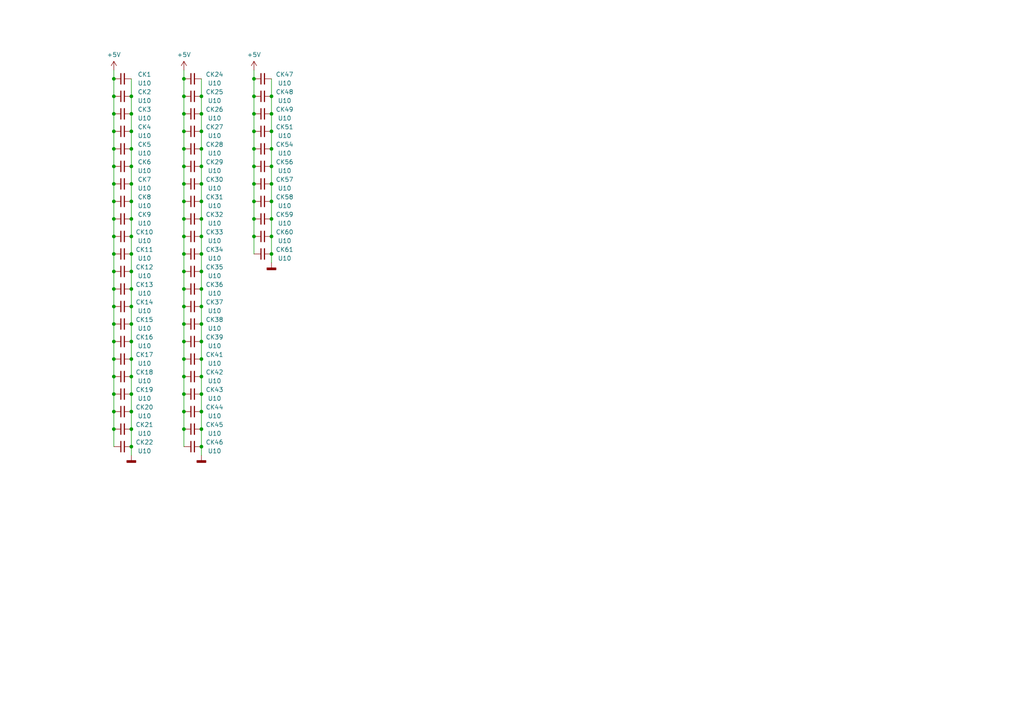
<source format=kicad_sch>
(kicad_sch
	(version 20231120)
	(generator "eeschema")
	(generator_version "8.0")
	(uuid "f555b6db-7d34-4696-bd0b-97cc736e943d")
	(paper "A4")
	(title_block
		(title "PARTNER GDP: MISC")
		(company "Oddbit Retro")
		(comment 1 "NARISAL: MIHA GRČAR")
	)
	(lib_symbols
		(symbol "Device:C_Small"
			(pin_numbers hide)
			(pin_names
				(offset 0.254) hide)
			(exclude_from_sim no)
			(in_bom yes)
			(on_board yes)
			(property "Reference" "C"
				(at 0.254 1.778 0)
				(effects
					(font
						(size 1.27 1.27)
					)
					(justify left)
				)
			)
			(property "Value" "C_Small"
				(at 0.254 -2.032 0)
				(effects
					(font
						(size 1.27 1.27)
					)
					(justify left)
				)
			)
			(property "Footprint" ""
				(at 0 0 0)
				(effects
					(font
						(size 1.27 1.27)
					)
					(hide yes)
				)
			)
			(property "Datasheet" "~"
				(at 0 0 0)
				(effects
					(font
						(size 1.27 1.27)
					)
					(hide yes)
				)
			)
			(property "Description" "Unpolarized capacitor, small symbol"
				(at 0 0 0)
				(effects
					(font
						(size 1.27 1.27)
					)
					(hide yes)
				)
			)
			(property "ki_keywords" "capacitor cap"
				(at 0 0 0)
				(effects
					(font
						(size 1.27 1.27)
					)
					(hide yes)
				)
			)
			(property "ki_fp_filters" "C_*"
				(at 0 0 0)
				(effects
					(font
						(size 1.27 1.27)
					)
					(hide yes)
				)
			)
			(symbol "C_Small_0_1"
				(polyline
					(pts
						(xy -1.524 -0.508) (xy 1.524 -0.508)
					)
					(stroke
						(width 0.3302)
						(type default)
					)
					(fill
						(type none)
					)
				)
				(polyline
					(pts
						(xy -1.524 0.508) (xy 1.524 0.508)
					)
					(stroke
						(width 0.3048)
						(type default)
					)
					(fill
						(type none)
					)
				)
			)
			(symbol "C_Small_1_1"
				(pin passive line
					(at 0 2.54 270)
					(length 2.032)
					(name "~"
						(effects
							(font
								(size 1.27 1.27)
							)
						)
					)
					(number "1"
						(effects
							(font
								(size 1.27 1.27)
							)
						)
					)
				)
				(pin passive line
					(at 0 -2.54 90)
					(length 2.032)
					(name "~"
						(effects
							(font
								(size 1.27 1.27)
							)
						)
					)
					(number "2"
						(effects
							(font
								(size 1.27 1.27)
							)
						)
					)
				)
			)
		)
		(symbol "power:+5V"
			(power)
			(pin_names
				(offset 0)
			)
			(exclude_from_sim no)
			(in_bom yes)
			(on_board yes)
			(property "Reference" "#PWR"
				(at 0 -3.81 0)
				(effects
					(font
						(size 1.27 1.27)
					)
					(hide yes)
				)
			)
			(property "Value" "+5V"
				(at 0 3.556 0)
				(effects
					(font
						(size 1.27 1.27)
					)
				)
			)
			(property "Footprint" ""
				(at 0 0 0)
				(effects
					(font
						(size 1.27 1.27)
					)
					(hide yes)
				)
			)
			(property "Datasheet" ""
				(at 0 0 0)
				(effects
					(font
						(size 1.27 1.27)
					)
					(hide yes)
				)
			)
			(property "Description" "Power symbol creates a global label with name \"+5V\""
				(at 0 0 0)
				(effects
					(font
						(size 1.27 1.27)
					)
					(hide yes)
				)
			)
			(property "ki_keywords" "global power"
				(at 0 0 0)
				(effects
					(font
						(size 1.27 1.27)
					)
					(hide yes)
				)
			)
			(symbol "+5V_0_1"
				(polyline
					(pts
						(xy -0.762 1.27) (xy 0 2.54)
					)
					(stroke
						(width 0)
						(type default)
					)
					(fill
						(type none)
					)
				)
				(polyline
					(pts
						(xy 0 0) (xy 0 2.54)
					)
					(stroke
						(width 0)
						(type default)
					)
					(fill
						(type none)
					)
				)
				(polyline
					(pts
						(xy 0 2.54) (xy 0.762 1.27)
					)
					(stroke
						(width 0)
						(type default)
					)
					(fill
						(type none)
					)
				)
			)
			(symbol "+5V_1_1"
				(pin power_in line
					(at 0 0 90)
					(length 0) hide
					(name "+5V"
						(effects
							(font
								(size 1.27 1.27)
							)
						)
					)
					(number "1"
						(effects
							(font
								(size 1.27 1.27)
							)
						)
					)
				)
			)
		)
		(symbol "power:GNDD"
			(power)
			(pin_names
				(offset 0)
			)
			(exclude_from_sim no)
			(in_bom yes)
			(on_board yes)
			(property "Reference" "#PWR"
				(at 0 -6.35 0)
				(effects
					(font
						(size 1.27 1.27)
					)
					(hide yes)
				)
			)
			(property "Value" "GNDD"
				(at 0 -3.175 0)
				(effects
					(font
						(size 1.27 1.27)
					)
				)
			)
			(property "Footprint" ""
				(at 0 0 0)
				(effects
					(font
						(size 1.27 1.27)
					)
					(hide yes)
				)
			)
			(property "Datasheet" ""
				(at 0 0 0)
				(effects
					(font
						(size 1.27 1.27)
					)
					(hide yes)
				)
			)
			(property "Description" "Power symbol creates a global label with name \"GNDD\" , digital ground"
				(at 0 0 0)
				(effects
					(font
						(size 1.27 1.27)
					)
					(hide yes)
				)
			)
			(property "ki_keywords" "global power"
				(at 0 0 0)
				(effects
					(font
						(size 1.27 1.27)
					)
					(hide yes)
				)
			)
			(symbol "GNDD_0_1"
				(rectangle
					(start -1.27 -1.524)
					(end 1.27 -2.032)
					(stroke
						(width 0.254)
						(type default)
					)
					(fill
						(type outline)
					)
				)
				(polyline
					(pts
						(xy 0 0) (xy 0 -1.524)
					)
					(stroke
						(width 0)
						(type default)
					)
					(fill
						(type none)
					)
				)
			)
			(symbol "GNDD_1_1"
				(pin power_in line
					(at 0 0 270)
					(length 0) hide
					(name "GNDD"
						(effects
							(font
								(size 1.27 1.27)
							)
						)
					)
					(number "1"
						(effects
							(font
								(size 1.27 1.27)
							)
						)
					)
				)
			)
		)
	)
	(junction
		(at 78.74 73.66)
		(diameter 0)
		(color 0 0 0 0)
		(uuid "00ce756a-14cd-4b74-a663-e54ccb14690b")
	)
	(junction
		(at 73.66 53.34)
		(diameter 0)
		(color 0 0 0 0)
		(uuid "020de73d-2253-4311-bfe4-d112e662699c")
	)
	(junction
		(at 58.42 88.9)
		(diameter 0)
		(color 0 0 0 0)
		(uuid "038ced41-b26f-4410-b402-4efa41d9594a")
	)
	(junction
		(at 38.1 93.98)
		(diameter 0)
		(color 0 0 0 0)
		(uuid "050d589b-5576-488e-90fe-31e93eccc29e")
	)
	(junction
		(at 38.1 119.38)
		(diameter 0)
		(color 0 0 0 0)
		(uuid "0b76726c-7cd8-4ebf-8f42-ff0d55ca7663")
	)
	(junction
		(at 38.1 104.14)
		(diameter 0)
		(color 0 0 0 0)
		(uuid "0c20606f-be7d-437d-8284-0eede360b7de")
	)
	(junction
		(at 58.42 68.58)
		(diameter 0)
		(color 0 0 0 0)
		(uuid "0d8fea60-1b47-4088-9a63-07c11ee59837")
	)
	(junction
		(at 58.42 104.14)
		(diameter 0)
		(color 0 0 0 0)
		(uuid "0e949301-e1f0-4fa5-94a0-55fee419c41f")
	)
	(junction
		(at 38.1 88.9)
		(diameter 0)
		(color 0 0 0 0)
		(uuid "114c67ed-e833-4456-8a1a-3ac3bddf8b5c")
	)
	(junction
		(at 33.02 48.26)
		(diameter 0)
		(color 0 0 0 0)
		(uuid "11755d1e-bb03-4788-9c43-723038bbe8b1")
	)
	(junction
		(at 38.1 33.02)
		(diameter 0)
		(color 0 0 0 0)
		(uuid "11db18c0-e1b5-4e21-9ec9-f97fa55dbde0")
	)
	(junction
		(at 78.74 53.34)
		(diameter 0)
		(color 0 0 0 0)
		(uuid "164a96f5-a880-45eb-8841-203bd9c3aa74")
	)
	(junction
		(at 53.34 73.66)
		(diameter 0)
		(color 0 0 0 0)
		(uuid "16f80e76-cb3b-47c6-afef-252979509eed")
	)
	(junction
		(at 33.02 53.34)
		(diameter 0)
		(color 0 0 0 0)
		(uuid "1a5c2070-6a40-49b6-9707-2de0287285d6")
	)
	(junction
		(at 33.02 119.38)
		(diameter 0)
		(color 0 0 0 0)
		(uuid "1b121fa2-4316-4d3a-8eb5-4065082bfc1b")
	)
	(junction
		(at 38.1 48.26)
		(diameter 0)
		(color 0 0 0 0)
		(uuid "1e0745ba-6ba1-4dbe-a5d3-faa606b41097")
	)
	(junction
		(at 58.42 63.5)
		(diameter 0)
		(color 0 0 0 0)
		(uuid "1fa8cb86-e6cc-4bd6-92ac-cb5648c1ba28")
	)
	(junction
		(at 73.66 38.1)
		(diameter 0)
		(color 0 0 0 0)
		(uuid "232bb9cf-00a2-45cf-a93a-ba71d310fdd5")
	)
	(junction
		(at 53.34 124.46)
		(diameter 0)
		(color 0 0 0 0)
		(uuid "245aa169-f111-44e1-b0b8-917610cfc0c4")
	)
	(junction
		(at 78.74 63.5)
		(diameter 0)
		(color 0 0 0 0)
		(uuid "2485c2f7-fc4b-490d-8dae-852063d3e230")
	)
	(junction
		(at 33.02 109.22)
		(diameter 0)
		(color 0 0 0 0)
		(uuid "277fc34b-69c8-461f-a301-a5c51dabd755")
	)
	(junction
		(at 33.02 73.66)
		(diameter 0)
		(color 0 0 0 0)
		(uuid "28fccc59-ec63-4a85-80fc-5ae019fc4dc6")
	)
	(junction
		(at 33.02 114.3)
		(diameter 0)
		(color 0 0 0 0)
		(uuid "298f2fed-61e0-4bc0-8808-675be49f2e80")
	)
	(junction
		(at 38.1 114.3)
		(diameter 0)
		(color 0 0 0 0)
		(uuid "29dd5939-b865-4081-9e6c-b311654de925")
	)
	(junction
		(at 38.1 73.66)
		(diameter 0)
		(color 0 0 0 0)
		(uuid "2b7e16b3-e30a-4a78-852f-b65c904ea93d")
	)
	(junction
		(at 58.42 38.1)
		(diameter 0)
		(color 0 0 0 0)
		(uuid "2ce4b50e-c9d7-425a-a841-3011c2b64fe8")
	)
	(junction
		(at 38.1 109.22)
		(diameter 0)
		(color 0 0 0 0)
		(uuid "32dfb8fd-bb74-4331-9483-33fa75278ef1")
	)
	(junction
		(at 38.1 78.74)
		(diameter 0)
		(color 0 0 0 0)
		(uuid "34948cda-c8d4-4bc2-bf7b-07cfe06222d7")
	)
	(junction
		(at 78.74 33.02)
		(diameter 0)
		(color 0 0 0 0)
		(uuid "3598ecfa-d74f-4d92-b15b-af3efe2767d4")
	)
	(junction
		(at 73.66 68.58)
		(diameter 0)
		(color 0 0 0 0)
		(uuid "41ee6c84-1158-4a86-b89e-ec6220a5ab09")
	)
	(junction
		(at 73.66 58.42)
		(diameter 0)
		(color 0 0 0 0)
		(uuid "422eb3c3-932f-4fff-a480-aff9b0b04373")
	)
	(junction
		(at 33.02 88.9)
		(diameter 0)
		(color 0 0 0 0)
		(uuid "42de4c1e-8ff5-4271-91b6-7f5914fcae77")
	)
	(junction
		(at 78.74 68.58)
		(diameter 0)
		(color 0 0 0 0)
		(uuid "438f1c54-8622-42fd-8d22-04144f5dfa14")
	)
	(junction
		(at 38.1 27.94)
		(diameter 0)
		(color 0 0 0 0)
		(uuid "4532ed4f-7986-40f5-8782-24744daf70f5")
	)
	(junction
		(at 53.34 22.86)
		(diameter 0)
		(color 0 0 0 0)
		(uuid "47eada38-1be9-4bf2-9d27-e3c5dbcb4821")
	)
	(junction
		(at 78.74 48.26)
		(diameter 0)
		(color 0 0 0 0)
		(uuid "4a3f5449-f30c-4351-b53c-4983e476367d")
	)
	(junction
		(at 53.34 104.14)
		(diameter 0)
		(color 0 0 0 0)
		(uuid "4aa11cc8-89b4-4590-894d-ab8e03e42032")
	)
	(junction
		(at 58.42 73.66)
		(diameter 0)
		(color 0 0 0 0)
		(uuid "4fde83e6-82b4-438c-8761-0e1d552c8578")
	)
	(junction
		(at 33.02 33.02)
		(diameter 0)
		(color 0 0 0 0)
		(uuid "4fef5798-1151-423e-b272-efef790987e5")
	)
	(junction
		(at 38.1 58.42)
		(diameter 0)
		(color 0 0 0 0)
		(uuid "51142544-af3c-4ed7-8006-38a5c97b4ee0")
	)
	(junction
		(at 33.02 63.5)
		(diameter 0)
		(color 0 0 0 0)
		(uuid "56716bff-4815-4000-8030-446853cb081e")
	)
	(junction
		(at 58.42 114.3)
		(diameter 0)
		(color 0 0 0 0)
		(uuid "56d042d6-d531-49fd-9d67-ae4dc1f36f8b")
	)
	(junction
		(at 73.66 33.02)
		(diameter 0)
		(color 0 0 0 0)
		(uuid "590fe0ce-f82a-4941-8f31-4a86e1ea3981")
	)
	(junction
		(at 58.42 99.06)
		(diameter 0)
		(color 0 0 0 0)
		(uuid "599b02ef-a813-4b95-87f3-77932272bb22")
	)
	(junction
		(at 73.66 22.86)
		(diameter 0)
		(color 0 0 0 0)
		(uuid "5a083083-4f17-43b2-a648-eb0f6609f4cd")
	)
	(junction
		(at 33.02 99.06)
		(diameter 0)
		(color 0 0 0 0)
		(uuid "5a40db80-4fe2-4608-a093-0df2ee3c65ef")
	)
	(junction
		(at 33.02 58.42)
		(diameter 0)
		(color 0 0 0 0)
		(uuid "5c591fe3-e7b9-43db-931d-2bd2743aae1f")
	)
	(junction
		(at 33.02 68.58)
		(diameter 0)
		(color 0 0 0 0)
		(uuid "660abc51-0d83-4418-9c88-9a7afe504675")
	)
	(junction
		(at 58.42 53.34)
		(diameter 0)
		(color 0 0 0 0)
		(uuid "67678389-e10a-4d09-bce1-c92bcb050450")
	)
	(junction
		(at 38.1 63.5)
		(diameter 0)
		(color 0 0 0 0)
		(uuid "67932de4-dcee-4fce-b6c1-9a721bc8faaf")
	)
	(junction
		(at 53.34 114.3)
		(diameter 0)
		(color 0 0 0 0)
		(uuid "6b0c5b90-ac23-4f56-a846-034f7ce49aa6")
	)
	(junction
		(at 33.02 38.1)
		(diameter 0)
		(color 0 0 0 0)
		(uuid "6b487364-0f68-4730-9e73-a481eade6184")
	)
	(junction
		(at 33.02 104.14)
		(diameter 0)
		(color 0 0 0 0)
		(uuid "6ea8f7f6-0880-470e-a8aa-e7ac9908b8d3")
	)
	(junction
		(at 78.74 38.1)
		(diameter 0)
		(color 0 0 0 0)
		(uuid "7017ade8-c0f3-4eca-ae3d-05620c870247")
	)
	(junction
		(at 58.42 129.54)
		(diameter 0)
		(color 0 0 0 0)
		(uuid "7092019c-986e-4cf8-853b-a903cc829bc7")
	)
	(junction
		(at 58.42 48.26)
		(diameter 0)
		(color 0 0 0 0)
		(uuid "72584e45-3fe3-4876-9e4f-b3f3ec4ed398")
	)
	(junction
		(at 58.42 78.74)
		(diameter 0)
		(color 0 0 0 0)
		(uuid "79053294-654c-4c03-a6a3-ae8d2e9f4b14")
	)
	(junction
		(at 53.34 53.34)
		(diameter 0)
		(color 0 0 0 0)
		(uuid "7aa70e13-1f50-4aac-8200-9cfac8d2be67")
	)
	(junction
		(at 33.02 27.94)
		(diameter 0)
		(color 0 0 0 0)
		(uuid "7d400f45-db48-4005-914c-7410d784b43c")
	)
	(junction
		(at 53.34 33.02)
		(diameter 0)
		(color 0 0 0 0)
		(uuid "80501f48-11b9-42f1-ac6b-8d0ff67841cc")
	)
	(junction
		(at 58.42 93.98)
		(diameter 0)
		(color 0 0 0 0)
		(uuid "81b26bbd-3a68-453c-ba48-fadf86415fd0")
	)
	(junction
		(at 53.34 63.5)
		(diameter 0)
		(color 0 0 0 0)
		(uuid "8de8782f-5975-4641-81be-26e5366585f6")
	)
	(junction
		(at 53.34 99.06)
		(diameter 0)
		(color 0 0 0 0)
		(uuid "907377fe-24fb-485f-97e2-bfad35f6d024")
	)
	(junction
		(at 38.1 83.82)
		(diameter 0)
		(color 0 0 0 0)
		(uuid "9345f926-86b7-4f29-ad3b-de8a9d90a0d6")
	)
	(junction
		(at 33.02 83.82)
		(diameter 0)
		(color 0 0 0 0)
		(uuid "9459cc01-70f2-4027-a641-faaac6d11b10")
	)
	(junction
		(at 78.74 43.18)
		(diameter 0)
		(color 0 0 0 0)
		(uuid "94776f4a-a9cf-4a33-b3ff-4544bedf1216")
	)
	(junction
		(at 53.34 48.26)
		(diameter 0)
		(color 0 0 0 0)
		(uuid "988a0641-14c8-4b93-a3ab-4283e642bf6a")
	)
	(junction
		(at 53.34 43.18)
		(diameter 0)
		(color 0 0 0 0)
		(uuid "9db47310-fbe7-4225-b2ff-81b52bdb9be1")
	)
	(junction
		(at 33.02 22.86)
		(diameter 0)
		(color 0 0 0 0)
		(uuid "9e22d56d-023e-4c3a-b258-46304bf48459")
	)
	(junction
		(at 58.42 43.18)
		(diameter 0)
		(color 0 0 0 0)
		(uuid "a40f7cfb-4c33-47f1-88d9-6982b9799d6d")
	)
	(junction
		(at 33.02 124.46)
		(diameter 0)
		(color 0 0 0 0)
		(uuid "a68201f2-cff7-47cf-92ca-86f5e24896a3")
	)
	(junction
		(at 78.74 27.94)
		(diameter 0)
		(color 0 0 0 0)
		(uuid "a7423b9b-6dbc-4b61-82b5-ef273df5a8a2")
	)
	(junction
		(at 58.42 124.46)
		(diameter 0)
		(color 0 0 0 0)
		(uuid "a7f874a0-f55f-4409-99ff-18c663b41fba")
	)
	(junction
		(at 53.34 78.74)
		(diameter 0)
		(color 0 0 0 0)
		(uuid "a807d745-b0d7-4f0c-a1d6-357cccae0aa1")
	)
	(junction
		(at 53.34 83.82)
		(diameter 0)
		(color 0 0 0 0)
		(uuid "a918c3d6-2c8e-4ca7-a2d6-f8bf41843d50")
	)
	(junction
		(at 38.1 43.18)
		(diameter 0)
		(color 0 0 0 0)
		(uuid "aba42539-8a82-465e-99fa-9e42ac9e834a")
	)
	(junction
		(at 78.74 58.42)
		(diameter 0)
		(color 0 0 0 0)
		(uuid "ad4de965-ec73-4d5c-bfd3-c6c7ce60b291")
	)
	(junction
		(at 73.66 27.94)
		(diameter 0)
		(color 0 0 0 0)
		(uuid "ae59e60d-a78d-49e1-8cdf-b36246ffd84f")
	)
	(junction
		(at 58.42 33.02)
		(diameter 0)
		(color 0 0 0 0)
		(uuid "b0aed853-e451-4f49-b328-a0c69c2347f5")
	)
	(junction
		(at 38.1 129.54)
		(diameter 0)
		(color 0 0 0 0)
		(uuid "b131556f-c615-4bcf-b0d9-883f1c27120c")
	)
	(junction
		(at 38.1 53.34)
		(diameter 0)
		(color 0 0 0 0)
		(uuid "baa2a44a-23df-463f-921b-058c3b2ae721")
	)
	(junction
		(at 58.42 119.38)
		(diameter 0)
		(color 0 0 0 0)
		(uuid "bb133a7d-66d5-44b5-9261-47ad49fb8a0a")
	)
	(junction
		(at 53.34 38.1)
		(diameter 0)
		(color 0 0 0 0)
		(uuid "bb44bcdc-88d1-4cf2-be77-f64370340710")
	)
	(junction
		(at 58.42 109.22)
		(diameter 0)
		(color 0 0 0 0)
		(uuid "beb351f6-9f1e-407c-968c-4da081f273b0")
	)
	(junction
		(at 58.42 27.94)
		(diameter 0)
		(color 0 0 0 0)
		(uuid "c529231d-3fc1-440d-93f7-e0fbc832a587")
	)
	(junction
		(at 73.66 63.5)
		(diameter 0)
		(color 0 0 0 0)
		(uuid "c53bf081-7f4b-47eb-bfa7-4437190250bd")
	)
	(junction
		(at 53.34 27.94)
		(diameter 0)
		(color 0 0 0 0)
		(uuid "c611a3d9-f630-416c-8662-0c0f7f00842b")
	)
	(junction
		(at 38.1 124.46)
		(diameter 0)
		(color 0 0 0 0)
		(uuid "c6d98001-1fd3-4348-8b7a-b38d8a0da69c")
	)
	(junction
		(at 73.66 43.18)
		(diameter 0)
		(color 0 0 0 0)
		(uuid "c7aba438-78f5-4933-8867-4f4821f24c4c")
	)
	(junction
		(at 33.02 78.74)
		(diameter 0)
		(color 0 0 0 0)
		(uuid "c9c08e42-9086-4d71-bd5b-f792150000b6")
	)
	(junction
		(at 53.34 68.58)
		(diameter 0)
		(color 0 0 0 0)
		(uuid "cbab89a5-9a0d-4768-88e2-34ddb5ea5353")
	)
	(junction
		(at 38.1 38.1)
		(diameter 0)
		(color 0 0 0 0)
		(uuid "d3fe80b2-1bb4-47c1-95ba-1e2e120ba490")
	)
	(junction
		(at 53.34 88.9)
		(diameter 0)
		(color 0 0 0 0)
		(uuid "d4fd9fc0-10e8-4206-a8e8-f2fb4ec96db0")
	)
	(junction
		(at 38.1 68.58)
		(diameter 0)
		(color 0 0 0 0)
		(uuid "d5da4c45-e711-48aa-b190-1d3d90a25127")
	)
	(junction
		(at 33.02 93.98)
		(diameter 0)
		(color 0 0 0 0)
		(uuid "da1194cc-d8fa-4977-a6b9-c193d4b2657e")
	)
	(junction
		(at 58.42 83.82)
		(diameter 0)
		(color 0 0 0 0)
		(uuid "deaab37e-6725-4a7d-a02e-a02ee0b9a170")
	)
	(junction
		(at 33.02 43.18)
		(diameter 0)
		(color 0 0 0 0)
		(uuid "e0512357-9e01-43ea-a066-0768bf9fc669")
	)
	(junction
		(at 53.34 119.38)
		(diameter 0)
		(color 0 0 0 0)
		(uuid "e61319c9-301a-4552-b011-6fc52d3400c9")
	)
	(junction
		(at 53.34 58.42)
		(diameter 0)
		(color 0 0 0 0)
		(uuid "ebb04dac-30ae-4ab2-81d9-3e506bf87ecd")
	)
	(junction
		(at 58.42 58.42)
		(diameter 0)
		(color 0 0 0 0)
		(uuid "f2ee6241-743c-4ccd-baf9-86d18e65518e")
	)
	(junction
		(at 53.34 109.22)
		(diameter 0)
		(color 0 0 0 0)
		(uuid "f5da81cc-3413-44a5-9392-a76456587c91")
	)
	(junction
		(at 38.1 99.06)
		(diameter 0)
		(color 0 0 0 0)
		(uuid "f7ac7d75-68c9-49d1-ac81-c4420dbc9e71")
	)
	(junction
		(at 53.34 93.98)
		(diameter 0)
		(color 0 0 0 0)
		(uuid "ff1432ff-d40c-4833-9d79-662c2a4e4a85")
	)
	(junction
		(at 73.66 48.26)
		(diameter 0)
		(color 0 0 0 0)
		(uuid "ff47fa8b-a30a-4649-9c6d-2bb037709bfb")
	)
	(wire
		(pts
			(xy 53.34 43.18) (xy 53.34 48.26)
		)
		(stroke
			(width 0)
			(type default)
		)
		(uuid "009c70a5-2b21-45a4-930e-d4fc3d4e592e")
	)
	(wire
		(pts
			(xy 53.34 119.38) (xy 53.34 124.46)
		)
		(stroke
			(width 0)
			(type default)
		)
		(uuid "033b6cd2-334f-4af5-8238-ec2e62492d09")
	)
	(wire
		(pts
			(xy 78.74 38.1) (xy 78.74 43.18)
		)
		(stroke
			(width 0)
			(type default)
		)
		(uuid "08a1db28-fb1c-4d59-8f1c-2dbbc3735ce8")
	)
	(wire
		(pts
			(xy 38.1 104.14) (xy 38.1 109.22)
		)
		(stroke
			(width 0)
			(type default)
		)
		(uuid "0a032c54-f802-415d-b92b-6c3cf04e86b1")
	)
	(wire
		(pts
			(xy 33.02 114.3) (xy 33.02 119.38)
		)
		(stroke
			(width 0)
			(type default)
		)
		(uuid "0c533495-c504-4d92-ac5a-51636a9f80c3")
	)
	(wire
		(pts
			(xy 78.74 43.18) (xy 78.74 48.26)
		)
		(stroke
			(width 0)
			(type default)
		)
		(uuid "0ff099b7-9caa-41a8-8836-8e6643e3389e")
	)
	(wire
		(pts
			(xy 38.1 53.34) (xy 38.1 58.42)
		)
		(stroke
			(width 0)
			(type default)
		)
		(uuid "104b7564-4caf-4f83-9526-bbbe3fe6cd46")
	)
	(wire
		(pts
			(xy 38.1 33.02) (xy 38.1 38.1)
		)
		(stroke
			(width 0)
			(type default)
		)
		(uuid "10e589b1-86ce-442e-9d26-49ea0e2718e8")
	)
	(wire
		(pts
			(xy 78.74 22.86) (xy 78.74 27.94)
		)
		(stroke
			(width 0)
			(type default)
		)
		(uuid "12eab72c-4668-41d4-b211-030e910bb066")
	)
	(wire
		(pts
			(xy 53.34 93.98) (xy 53.34 99.06)
		)
		(stroke
			(width 0)
			(type default)
		)
		(uuid "175381e9-21d8-4a53-9452-ce2c094e853b")
	)
	(wire
		(pts
			(xy 38.1 78.74) (xy 38.1 83.82)
		)
		(stroke
			(width 0)
			(type default)
		)
		(uuid "175ec90c-2c10-41b8-81b9-ae140a09d45c")
	)
	(wire
		(pts
			(xy 58.42 119.38) (xy 58.42 124.46)
		)
		(stroke
			(width 0)
			(type default)
		)
		(uuid "1b037e96-2929-438d-9ba7-4408f786fa2b")
	)
	(wire
		(pts
			(xy 38.1 93.98) (xy 38.1 99.06)
		)
		(stroke
			(width 0)
			(type default)
		)
		(uuid "1d4222c7-4c17-40a1-93a0-c80ac3d8f53c")
	)
	(wire
		(pts
			(xy 38.1 109.22) (xy 38.1 114.3)
		)
		(stroke
			(width 0)
			(type default)
		)
		(uuid "1e02b08e-1d64-4576-88dd-dbf486e85144")
	)
	(wire
		(pts
			(xy 78.74 76.2) (xy 78.74 73.66)
		)
		(stroke
			(width 0)
			(type default)
		)
		(uuid "1ed76c5b-feb1-4129-ac83-9c6a6b808457")
	)
	(wire
		(pts
			(xy 78.74 53.34) (xy 78.74 58.42)
		)
		(stroke
			(width 0)
			(type default)
		)
		(uuid "1ee6e033-773d-4d83-aa6e-a5d350e00758")
	)
	(wire
		(pts
			(xy 33.02 63.5) (xy 33.02 68.58)
		)
		(stroke
			(width 0)
			(type default)
		)
		(uuid "216595bb-ebaa-4d01-a1d8-3f5257239a39")
	)
	(wire
		(pts
			(xy 33.02 22.86) (xy 33.02 27.94)
		)
		(stroke
			(width 0)
			(type default)
		)
		(uuid "21c7fae2-f2eb-4586-bb95-0a20682f66e2")
	)
	(wire
		(pts
			(xy 53.34 63.5) (xy 53.34 68.58)
		)
		(stroke
			(width 0)
			(type default)
		)
		(uuid "231a3a0d-5f55-4ae4-ace3-b6bad23698c9")
	)
	(wire
		(pts
			(xy 78.74 48.26) (xy 78.74 53.34)
		)
		(stroke
			(width 0)
			(type default)
		)
		(uuid "2477366f-d6d1-43ed-8a2b-a2cc0ece486f")
	)
	(wire
		(pts
			(xy 73.66 68.58) (xy 73.66 73.66)
		)
		(stroke
			(width 0)
			(type default)
		)
		(uuid "27c0e748-2d10-4ecd-91a9-c98e2227105a")
	)
	(wire
		(pts
			(xy 33.02 119.38) (xy 33.02 124.46)
		)
		(stroke
			(width 0)
			(type default)
		)
		(uuid "293a5df6-b24c-4835-9ed5-bc852fdada9a")
	)
	(wire
		(pts
			(xy 33.02 88.9) (xy 33.02 93.98)
		)
		(stroke
			(width 0)
			(type default)
		)
		(uuid "31aa9587-5e61-4187-8b4f-de6ed3a43d92")
	)
	(wire
		(pts
			(xy 53.34 53.34) (xy 53.34 58.42)
		)
		(stroke
			(width 0)
			(type default)
		)
		(uuid "32aaf5d2-2525-441a-87d7-c3680889225c")
	)
	(wire
		(pts
			(xy 33.02 68.58) (xy 33.02 73.66)
		)
		(stroke
			(width 0)
			(type default)
		)
		(uuid "32bf94ed-8ce0-4463-b57e-deb0b448b6b2")
	)
	(wire
		(pts
			(xy 38.1 48.26) (xy 38.1 53.34)
		)
		(stroke
			(width 0)
			(type default)
		)
		(uuid "33c0c720-d8a4-4bf5-9690-f96ff7cc161c")
	)
	(wire
		(pts
			(xy 73.66 22.86) (xy 73.66 27.94)
		)
		(stroke
			(width 0)
			(type default)
		)
		(uuid "34ea628d-e559-49c3-abed-93e2ac89be12")
	)
	(wire
		(pts
			(xy 53.34 109.22) (xy 53.34 114.3)
		)
		(stroke
			(width 0)
			(type default)
		)
		(uuid "37541e92-0483-4ac3-ab60-5ea02f3a4bee")
	)
	(wire
		(pts
			(xy 58.42 73.66) (xy 58.42 78.74)
		)
		(stroke
			(width 0)
			(type default)
		)
		(uuid "37f89ae8-5196-4696-868c-ff0e38fca711")
	)
	(wire
		(pts
			(xy 33.02 58.42) (xy 33.02 63.5)
		)
		(stroke
			(width 0)
			(type default)
		)
		(uuid "39b71174-7f3c-4659-afda-5988a082ff1d")
	)
	(wire
		(pts
			(xy 53.34 124.46) (xy 53.34 129.54)
		)
		(stroke
			(width 0)
			(type default)
		)
		(uuid "3c18b35a-864e-4fd9-a261-1956b4a9a1c7")
	)
	(wire
		(pts
			(xy 53.34 22.86) (xy 53.34 27.94)
		)
		(stroke
			(width 0)
			(type default)
		)
		(uuid "434c7598-0239-4b0d-9c29-7d19810c6b13")
	)
	(wire
		(pts
			(xy 53.34 33.02) (xy 53.34 38.1)
		)
		(stroke
			(width 0)
			(type default)
		)
		(uuid "4387f76a-e6fc-4180-9787-171dd9f43a87")
	)
	(wire
		(pts
			(xy 33.02 48.26) (xy 33.02 53.34)
		)
		(stroke
			(width 0)
			(type default)
		)
		(uuid "4abb3006-76a1-4f9c-97d5-154734eec066")
	)
	(wire
		(pts
			(xy 53.34 68.58) (xy 53.34 73.66)
		)
		(stroke
			(width 0)
			(type default)
		)
		(uuid "4be467f2-5651-45b0-bba9-b628e4f4ff1a")
	)
	(wire
		(pts
			(xy 38.1 22.86) (xy 38.1 27.94)
		)
		(stroke
			(width 0)
			(type default)
		)
		(uuid "4d143a69-0362-4a57-9284-157b1c1e8e0a")
	)
	(wire
		(pts
			(xy 58.42 38.1) (xy 58.42 43.18)
		)
		(stroke
			(width 0)
			(type default)
		)
		(uuid "4dfadbf2-0752-459f-9bab-fb92ae43c62a")
	)
	(wire
		(pts
			(xy 73.66 27.94) (xy 73.66 33.02)
		)
		(stroke
			(width 0)
			(type default)
		)
		(uuid "4f13c5ee-f43f-4f05-b02a-8d79627635b8")
	)
	(wire
		(pts
			(xy 38.1 68.58) (xy 38.1 73.66)
		)
		(stroke
			(width 0)
			(type default)
		)
		(uuid "4f4eda8e-3ab8-42ba-aace-2a794dd6db05")
	)
	(wire
		(pts
			(xy 58.42 132.08) (xy 58.42 129.54)
		)
		(stroke
			(width 0)
			(type default)
		)
		(uuid "4f67137f-9a70-468a-9d0f-1fae2056414f")
	)
	(wire
		(pts
			(xy 73.66 48.26) (xy 73.66 53.34)
		)
		(stroke
			(width 0)
			(type default)
		)
		(uuid "4fa84d82-695c-497c-b82a-23946f328fbe")
	)
	(wire
		(pts
			(xy 53.34 73.66) (xy 53.34 78.74)
		)
		(stroke
			(width 0)
			(type default)
		)
		(uuid "4fb9e3b5-05f4-47b2-89a8-6d9e75f878b2")
	)
	(wire
		(pts
			(xy 38.1 58.42) (xy 38.1 63.5)
		)
		(stroke
			(width 0)
			(type default)
		)
		(uuid "531a3e4d-5ec0-403c-84a7-7522b4eb42b9")
	)
	(wire
		(pts
			(xy 53.34 38.1) (xy 53.34 43.18)
		)
		(stroke
			(width 0)
			(type default)
		)
		(uuid "5337a037-cc83-43eb-9c7a-4a72d96c1832")
	)
	(wire
		(pts
			(xy 73.66 63.5) (xy 73.66 68.58)
		)
		(stroke
			(width 0)
			(type default)
		)
		(uuid "5797c1cc-42a6-4937-aa82-d9782013e2b7")
	)
	(wire
		(pts
			(xy 33.02 78.74) (xy 33.02 83.82)
		)
		(stroke
			(width 0)
			(type default)
		)
		(uuid "589446da-f855-4b4a-b3cf-d6a7884dabdc")
	)
	(wire
		(pts
			(xy 73.66 20.32) (xy 73.66 22.86)
		)
		(stroke
			(width 0)
			(type default)
		)
		(uuid "590f3fe5-8f5f-4011-8f5a-e2d459505204")
	)
	(wire
		(pts
			(xy 33.02 109.22) (xy 33.02 114.3)
		)
		(stroke
			(width 0)
			(type default)
		)
		(uuid "5bfed12d-b050-42f7-a039-1cb783fe0c41")
	)
	(wire
		(pts
			(xy 38.1 88.9) (xy 38.1 93.98)
		)
		(stroke
			(width 0)
			(type default)
		)
		(uuid "5c02c0a3-dd85-4358-848f-35acc01100e9")
	)
	(wire
		(pts
			(xy 78.74 27.94) (xy 78.74 33.02)
		)
		(stroke
			(width 0)
			(type default)
		)
		(uuid "5cd180c5-de0d-4942-8ea6-3f3765007721")
	)
	(wire
		(pts
			(xy 38.1 43.18) (xy 38.1 48.26)
		)
		(stroke
			(width 0)
			(type default)
		)
		(uuid "5e9a26dd-333b-4c30-b719-2f3c60938076")
	)
	(wire
		(pts
			(xy 33.02 73.66) (xy 33.02 78.74)
		)
		(stroke
			(width 0)
			(type default)
		)
		(uuid "5f0148b8-17ba-4946-8365-ba295481a7fa")
	)
	(wire
		(pts
			(xy 73.66 33.02) (xy 73.66 38.1)
		)
		(stroke
			(width 0)
			(type default)
		)
		(uuid "60b707cc-df32-4177-894e-1158c5545a72")
	)
	(wire
		(pts
			(xy 58.42 93.98) (xy 58.42 99.06)
		)
		(stroke
			(width 0)
			(type default)
		)
		(uuid "614cfbdc-df6e-4546-854a-0f1c647c620a")
	)
	(wire
		(pts
			(xy 58.42 22.86) (xy 58.42 27.94)
		)
		(stroke
			(width 0)
			(type default)
		)
		(uuid "61eaf0a8-3d38-4f0d-8c6b-2d8d448721f9")
	)
	(wire
		(pts
			(xy 33.02 27.94) (xy 33.02 33.02)
		)
		(stroke
			(width 0)
			(type default)
		)
		(uuid "6262cf76-a34b-4eda-a152-2aeaf4f748f0")
	)
	(wire
		(pts
			(xy 78.74 33.02) (xy 78.74 38.1)
		)
		(stroke
			(width 0)
			(type default)
		)
		(uuid "62980dfd-1ebd-4fa9-abea-e23563473159")
	)
	(wire
		(pts
			(xy 58.42 63.5) (xy 58.42 68.58)
		)
		(stroke
			(width 0)
			(type default)
		)
		(uuid "669df115-d21b-497c-896f-b0102b6dbe14")
	)
	(wire
		(pts
			(xy 58.42 43.18) (xy 58.42 48.26)
		)
		(stroke
			(width 0)
			(type default)
		)
		(uuid "69766829-a3d8-4260-adc5-2f776ac8fdd3")
	)
	(wire
		(pts
			(xy 33.02 53.34) (xy 33.02 58.42)
		)
		(stroke
			(width 0)
			(type default)
		)
		(uuid "6b4ff34c-a7e4-4670-80d2-6e90f0c8ed1e")
	)
	(wire
		(pts
			(xy 33.02 83.82) (xy 33.02 88.9)
		)
		(stroke
			(width 0)
			(type default)
		)
		(uuid "708598a7-3ac6-4ed7-a75d-8cfb6098b845")
	)
	(wire
		(pts
			(xy 33.02 93.98) (xy 33.02 99.06)
		)
		(stroke
			(width 0)
			(type default)
		)
		(uuid "74313a73-3f2c-47cd-a24a-d53e13281189")
	)
	(wire
		(pts
			(xy 38.1 119.38) (xy 38.1 124.46)
		)
		(stroke
			(width 0)
			(type default)
		)
		(uuid "74a53353-8ed0-4a10-ac29-b619383f06b2")
	)
	(wire
		(pts
			(xy 33.02 20.32) (xy 33.02 22.86)
		)
		(stroke
			(width 0)
			(type default)
		)
		(uuid "75fab3a5-bbc7-4bd5-b8ae-52b85d10a6c6")
	)
	(wire
		(pts
			(xy 58.42 109.22) (xy 58.42 114.3)
		)
		(stroke
			(width 0)
			(type default)
		)
		(uuid "77de3fe6-b1bf-4fbb-8f3e-99abc279165a")
	)
	(wire
		(pts
			(xy 38.1 27.94) (xy 38.1 33.02)
		)
		(stroke
			(width 0)
			(type default)
		)
		(uuid "7d08bb1c-d20f-4362-bf80-476e879efdd7")
	)
	(wire
		(pts
			(xy 78.74 68.58) (xy 78.74 73.66)
		)
		(stroke
			(width 0)
			(type default)
		)
		(uuid "7e945819-4bd7-4975-9aa3-3e29047ab3c2")
	)
	(wire
		(pts
			(xy 38.1 83.82) (xy 38.1 88.9)
		)
		(stroke
			(width 0)
			(type default)
		)
		(uuid "7f1447f4-7868-4810-a5bc-d786c17f1698")
	)
	(wire
		(pts
			(xy 38.1 132.08) (xy 38.1 129.54)
		)
		(stroke
			(width 0)
			(type default)
		)
		(uuid "7f458ea8-447f-4de6-9f9b-e47c93843bc5")
	)
	(wire
		(pts
			(xy 33.02 33.02) (xy 33.02 38.1)
		)
		(stroke
			(width 0)
			(type default)
		)
		(uuid "8002aa50-5cec-4523-a9e4-dae5ca08fb22")
	)
	(wire
		(pts
			(xy 33.02 38.1) (xy 33.02 43.18)
		)
		(stroke
			(width 0)
			(type default)
		)
		(uuid "80048534-8e32-47aa-9f81-0251e30a2679")
	)
	(wire
		(pts
			(xy 53.34 48.26) (xy 53.34 53.34)
		)
		(stroke
			(width 0)
			(type default)
		)
		(uuid "8043963f-1b0b-4ffc-845a-f99d4432d3eb")
	)
	(wire
		(pts
			(xy 53.34 27.94) (xy 53.34 33.02)
		)
		(stroke
			(width 0)
			(type default)
		)
		(uuid "825cf09c-6cda-4dba-b4e9-accbb9c19d9d")
	)
	(wire
		(pts
			(xy 58.42 78.74) (xy 58.42 83.82)
		)
		(stroke
			(width 0)
			(type default)
		)
		(uuid "82f30bd6-9a1d-45af-b7b3-6f5e9d141955")
	)
	(wire
		(pts
			(xy 53.34 104.14) (xy 53.34 109.22)
		)
		(stroke
			(width 0)
			(type default)
		)
		(uuid "849f4723-b0c7-4e01-829d-fa0843997723")
	)
	(wire
		(pts
			(xy 53.34 88.9) (xy 53.34 93.98)
		)
		(stroke
			(width 0)
			(type default)
		)
		(uuid "861b4ec1-cb98-494a-82ff-62316accc44c")
	)
	(wire
		(pts
			(xy 38.1 114.3) (xy 38.1 119.38)
		)
		(stroke
			(width 0)
			(type default)
		)
		(uuid "8be9c288-1644-43e8-ba65-4ccd6ace572f")
	)
	(wire
		(pts
			(xy 58.42 58.42) (xy 58.42 63.5)
		)
		(stroke
			(width 0)
			(type default)
		)
		(uuid "8c7a17dc-f507-423d-8d91-acce8d7710bb")
	)
	(wire
		(pts
			(xy 58.42 114.3) (xy 58.42 119.38)
		)
		(stroke
			(width 0)
			(type default)
		)
		(uuid "8d23670c-5eb2-4a0e-bccb-1ea64e33a9ea")
	)
	(wire
		(pts
			(xy 53.34 99.06) (xy 53.34 104.14)
		)
		(stroke
			(width 0)
			(type default)
		)
		(uuid "97a4fb22-9458-4e02-905e-ea8eaeb0157b")
	)
	(wire
		(pts
			(xy 53.34 58.42) (xy 53.34 63.5)
		)
		(stroke
			(width 0)
			(type default)
		)
		(uuid "98922487-aaf6-4819-bf30-199d2d282a96")
	)
	(wire
		(pts
			(xy 58.42 88.9) (xy 58.42 93.98)
		)
		(stroke
			(width 0)
			(type default)
		)
		(uuid "995dfe94-6258-4a11-b734-35075cd6f4c6")
	)
	(wire
		(pts
			(xy 58.42 68.58) (xy 58.42 73.66)
		)
		(stroke
			(width 0)
			(type default)
		)
		(uuid "9e0142ff-759c-41a7-ba56-3b0f9f3880d2")
	)
	(wire
		(pts
			(xy 58.42 53.34) (xy 58.42 58.42)
		)
		(stroke
			(width 0)
			(type default)
		)
		(uuid "9fd0bf3b-03fa-46b8-af85-333772cb3c58")
	)
	(wire
		(pts
			(xy 38.1 38.1) (xy 38.1 43.18)
		)
		(stroke
			(width 0)
			(type default)
		)
		(uuid "a2dc235d-8cff-44d1-9c6c-daeaa4c7f73f")
	)
	(wire
		(pts
			(xy 58.42 27.94) (xy 58.42 33.02)
		)
		(stroke
			(width 0)
			(type default)
		)
		(uuid "a2fe2d7f-924d-4d35-bace-5ed6905d632b")
	)
	(wire
		(pts
			(xy 33.02 43.18) (xy 33.02 48.26)
		)
		(stroke
			(width 0)
			(type default)
		)
		(uuid "a3e7fdb5-939e-4407-a7a9-6af517f7c3cf")
	)
	(wire
		(pts
			(xy 73.66 58.42) (xy 73.66 63.5)
		)
		(stroke
			(width 0)
			(type default)
		)
		(uuid "a7e7b701-be6c-4032-a77c-55545ab2b58f")
	)
	(wire
		(pts
			(xy 38.1 73.66) (xy 38.1 78.74)
		)
		(stroke
			(width 0)
			(type default)
		)
		(uuid "a9e83cf2-b054-45e7-904c-fc1503dac74d")
	)
	(wire
		(pts
			(xy 58.42 124.46) (xy 58.42 129.54)
		)
		(stroke
			(width 0)
			(type default)
		)
		(uuid "adfa0b20-ea99-4149-8d01-511350552349")
	)
	(wire
		(pts
			(xy 73.66 38.1) (xy 73.66 43.18)
		)
		(stroke
			(width 0)
			(type default)
		)
		(uuid "b35e4f6c-997f-4e3c-9974-86eef19127e7")
	)
	(wire
		(pts
			(xy 33.02 124.46) (xy 33.02 129.54)
		)
		(stroke
			(width 0)
			(type default)
		)
		(uuid "b3ea761e-5ac4-40c3-83e0-db5712977e06")
	)
	(wire
		(pts
			(xy 78.74 63.5) (xy 78.74 68.58)
		)
		(stroke
			(width 0)
			(type default)
		)
		(uuid "b45fedc8-231b-4465-894e-d37711ca6c14")
	)
	(wire
		(pts
			(xy 53.34 83.82) (xy 53.34 88.9)
		)
		(stroke
			(width 0)
			(type default)
		)
		(uuid "b74db8c5-f001-4994-9905-3404c1e50d1b")
	)
	(wire
		(pts
			(xy 58.42 48.26) (xy 58.42 53.34)
		)
		(stroke
			(width 0)
			(type default)
		)
		(uuid "ba6f03f6-f03c-40fe-9e80-7603eb99703e")
	)
	(wire
		(pts
			(xy 53.34 78.74) (xy 53.34 83.82)
		)
		(stroke
			(width 0)
			(type default)
		)
		(uuid "bc4409a7-2f24-449c-9161-0d591d30efa3")
	)
	(wire
		(pts
			(xy 73.66 43.18) (xy 73.66 48.26)
		)
		(stroke
			(width 0)
			(type default)
		)
		(uuid "bf91e42c-4669-454e-818d-4bf5dcaeef37")
	)
	(wire
		(pts
			(xy 73.66 53.34) (xy 73.66 58.42)
		)
		(stroke
			(width 0)
			(type default)
		)
		(uuid "bfc62ce9-2635-447e-980c-e645aa48f530")
	)
	(wire
		(pts
			(xy 58.42 99.06) (xy 58.42 104.14)
		)
		(stroke
			(width 0)
			(type default)
		)
		(uuid "c5df1b28-34e6-44a5-8dab-c01cf4d1a90d")
	)
	(wire
		(pts
			(xy 53.34 114.3) (xy 53.34 119.38)
		)
		(stroke
			(width 0)
			(type default)
		)
		(uuid "c960b061-921b-4913-9525-967b12ee8b3d")
	)
	(wire
		(pts
			(xy 78.74 58.42) (xy 78.74 63.5)
		)
		(stroke
			(width 0)
			(type default)
		)
		(uuid "cd7b6604-c3f2-48ac-9cfd-c0b246d2c32d")
	)
	(wire
		(pts
			(xy 38.1 99.06) (xy 38.1 104.14)
		)
		(stroke
			(width 0)
			(type default)
		)
		(uuid "d733806e-7052-4e0c-94cb-aff18b26576b")
	)
	(wire
		(pts
			(xy 58.42 33.02) (xy 58.42 38.1)
		)
		(stroke
			(width 0)
			(type default)
		)
		(uuid "de060cb7-4632-4c6f-bad4-175604bf4f8f")
	)
	(wire
		(pts
			(xy 33.02 104.14) (xy 33.02 109.22)
		)
		(stroke
			(width 0)
			(type default)
		)
		(uuid "df954143-79c4-4425-9ffd-c6e0513b08c3")
	)
	(wire
		(pts
			(xy 38.1 124.46) (xy 38.1 129.54)
		)
		(stroke
			(width 0)
			(type default)
		)
		(uuid "e384d526-a33c-4e8b-8346-84f8ec164eee")
	)
	(wire
		(pts
			(xy 58.42 104.14) (xy 58.42 109.22)
		)
		(stroke
			(width 0)
			(type default)
		)
		(uuid "e9be52b6-0f27-4067-a5e7-98c6876c6df5")
	)
	(wire
		(pts
			(xy 58.42 83.82) (xy 58.42 88.9)
		)
		(stroke
			(width 0)
			(type default)
		)
		(uuid "ef116d4e-ab27-4c3e-8bba-225d993cbad7")
	)
	(wire
		(pts
			(xy 33.02 99.06) (xy 33.02 104.14)
		)
		(stroke
			(width 0)
			(type default)
		)
		(uuid "ef623dc6-de77-464f-9c6a-4872c83f75af")
	)
	(wire
		(pts
			(xy 53.34 20.32) (xy 53.34 22.86)
		)
		(stroke
			(width 0)
			(type default)
		)
		(uuid "f42e23ad-9988-4159-b591-4aacacce072d")
	)
	(wire
		(pts
			(xy 38.1 63.5) (xy 38.1 68.58)
		)
		(stroke
			(width 0)
			(type default)
		)
		(uuid "f7329761-edca-4846-9912-a4c65bc2e358")
	)
	(symbol
		(lib_id "power:GNDD")
		(at 58.42 132.08 0)
		(unit 1)
		(exclude_from_sim no)
		(in_bom yes)
		(on_board yes)
		(dnp no)
		(fields_autoplaced yes)
		(uuid "04477a00-b0cd-4b8d-b90b-77fb057200bb")
		(property "Reference" "#PWR029"
			(at 58.42 138.43 0)
			(effects
				(font
					(size 1.27 1.27)
				)
				(hide yes)
			)
		)
		(property "Value" "GNDD"
			(at 58.42 135.89 0)
			(effects
				(font
					(size 1.27 1.27)
				)
				(hide yes)
			)
		)
		(property "Footprint" ""
			(at 58.42 132.08 0)
			(effects
				(font
					(size 1.27 1.27)
				)
				(hide yes)
			)
		)
		(property "Datasheet" ""
			(at 58.42 132.08 0)
			(effects
				(font
					(size 1.27 1.27)
				)
				(hide yes)
			)
		)
		(property "Description" ""
			(at 58.42 132.08 0)
			(effects
				(font
					(size 1.27 1.27)
				)
				(hide yes)
			)
		)
		(pin "1"
			(uuid "9c452f3a-7dfb-4fed-b872-3a0457780cae")
		)
		(instances
			(project "gdp"
				(path "/95aff260-2720-4733-a81d-a7a2136fdd14/44a9780b-71f6-40f0-9057-b92b2aeabcf0"
					(reference "#PWR029")
					(unit 1)
				)
			)
		)
	)
	(symbol
		(lib_id "Device:C_Small")
		(at 35.56 63.5 90)
		(unit 1)
		(exclude_from_sim no)
		(in_bom yes)
		(on_board yes)
		(dnp no)
		(uuid "0aaa30ca-6c19-49a9-903c-033c83f9435e")
		(property "Reference" "CK9"
			(at 41.91 62.23 90)
			(effects
				(font
					(size 1.27 1.27)
				)
			)
		)
		(property "Value" "U10"
			(at 41.91 64.77 90)
			(effects
				(font
					(size 1.27 1.27)
				)
			)
		)
		(property "Footprint" "Capacitor_THT:C_Disc_D4.3mm_W1.9mm_P5.00mm"
			(at 35.56 63.5 0)
			(effects
				(font
					(size 1.27 1.27)
				)
				(hide yes)
			)
		)
		(property "Datasheet" "N/A"
			(at 35.56 63.5 0)
			(effects
				(font
					(size 1.27 1.27)
				)
				(hide yes)
			)
		)
		(property "Description" "N/A"
			(at 35.56 63.5 0)
			(effects
				(font
					(size 1.27 1.27)
				)
				(hide yes)
			)
		)
		(pin "1"
			(uuid "467c1a6e-dbdf-4310-8ddc-6dd8c22eb03c")
		)
		(pin "2"
			(uuid "03d4caea-99ea-4982-b6ae-102db3ba7682")
		)
		(instances
			(project "gdp"
				(path "/95aff260-2720-4733-a81d-a7a2136fdd14/44a9780b-71f6-40f0-9057-b92b2aeabcf0"
					(reference "CK9")
					(unit 1)
				)
			)
		)
	)
	(symbol
		(lib_id "Device:C_Small")
		(at 35.56 53.34 90)
		(unit 1)
		(exclude_from_sim no)
		(in_bom yes)
		(on_board yes)
		(dnp no)
		(uuid "0b208551-c88f-441d-b9e4-a4639bd46436")
		(property "Reference" "CK7"
			(at 41.91 52.07 90)
			(effects
				(font
					(size 1.27 1.27)
				)
			)
		)
		(property "Value" "U10"
			(at 41.91 54.61 90)
			(effects
				(font
					(size 1.27 1.27)
				)
			)
		)
		(property "Footprint" "Capacitor_THT:C_Disc_D4.3mm_W1.9mm_P5.00mm"
			(at 35.56 53.34 0)
			(effects
				(font
					(size 1.27 1.27)
				)
				(hide yes)
			)
		)
		(property "Datasheet" "N/A"
			(at 35.56 53.34 0)
			(effects
				(font
					(size 1.27 1.27)
				)
				(hide yes)
			)
		)
		(property "Description" "N/A"
			(at 35.56 53.34 0)
			(effects
				(font
					(size 1.27 1.27)
				)
				(hide yes)
			)
		)
		(pin "1"
			(uuid "02ff79b7-7788-404a-9bb2-84290969d280")
		)
		(pin "2"
			(uuid "3ea3ffa1-0a30-4be6-9ffa-143e5b351559")
		)
		(instances
			(project "gdp"
				(path "/95aff260-2720-4733-a81d-a7a2136fdd14/44a9780b-71f6-40f0-9057-b92b2aeabcf0"
					(reference "CK7")
					(unit 1)
				)
			)
		)
	)
	(symbol
		(lib_id "Device:C_Small")
		(at 76.2 38.1 90)
		(unit 1)
		(exclude_from_sim no)
		(in_bom yes)
		(on_board yes)
		(dnp no)
		(uuid "0ca09b68-48d0-4c5c-9627-f685fe9842cc")
		(property "Reference" "CK51"
			(at 82.55 36.83 90)
			(effects
				(font
					(size 1.27 1.27)
				)
			)
		)
		(property "Value" "U10"
			(at 82.55 39.37 90)
			(effects
				(font
					(size 1.27 1.27)
				)
			)
		)
		(property "Footprint" "Capacitor_THT:C_Disc_D4.3mm_W1.9mm_P5.00mm"
			(at 76.2 38.1 0)
			(effects
				(font
					(size 1.27 1.27)
				)
				(hide yes)
			)
		)
		(property "Datasheet" "N/A"
			(at 76.2 38.1 0)
			(effects
				(font
					(size 1.27 1.27)
				)
				(hide yes)
			)
		)
		(property "Description" "N/A"
			(at 76.2 38.1 0)
			(effects
				(font
					(size 1.27 1.27)
				)
				(hide yes)
			)
		)
		(pin "1"
			(uuid "e6afdfaa-03d4-46a1-ae9a-da2d5de1c20a")
		)
		(pin "2"
			(uuid "20522fe2-f9e9-428e-9439-4a4847dc0897")
		)
		(instances
			(project "gdp"
				(path "/95aff260-2720-4733-a81d-a7a2136fdd14/44a9780b-71f6-40f0-9057-b92b2aeabcf0"
					(reference "CK51")
					(unit 1)
				)
			)
		)
	)
	(symbol
		(lib_id "Device:C_Small")
		(at 55.88 124.46 90)
		(unit 1)
		(exclude_from_sim no)
		(in_bom yes)
		(on_board yes)
		(dnp no)
		(uuid "1288433a-70f6-4ccb-b0e3-65ed77502cac")
		(property "Reference" "CK45"
			(at 62.23 123.19 90)
			(effects
				(font
					(size 1.27 1.27)
				)
			)
		)
		(property "Value" "U10"
			(at 62.23 125.73 90)
			(effects
				(font
					(size 1.27 1.27)
				)
			)
		)
		(property "Footprint" "Capacitor_THT:C_Disc_D4.3mm_W1.9mm_P5.00mm"
			(at 55.88 124.46 0)
			(effects
				(font
					(size 1.27 1.27)
				)
				(hide yes)
			)
		)
		(property "Datasheet" "N/A"
			(at 55.88 124.46 0)
			(effects
				(font
					(size 1.27 1.27)
				)
				(hide yes)
			)
		)
		(property "Description" "N/A"
			(at 55.88 124.46 0)
			(effects
				(font
					(size 1.27 1.27)
				)
				(hide yes)
			)
		)
		(pin "1"
			(uuid "67c626e7-822c-48ff-afd2-306f8526d4e5")
		)
		(pin "2"
			(uuid "3de9dbef-451e-4a72-873a-3fb8c7cb4dfd")
		)
		(instances
			(project "gdp"
				(path "/95aff260-2720-4733-a81d-a7a2136fdd14/44a9780b-71f6-40f0-9057-b92b2aeabcf0"
					(reference "CK45")
					(unit 1)
				)
			)
		)
	)
	(symbol
		(lib_id "Device:C_Small")
		(at 35.56 78.74 90)
		(unit 1)
		(exclude_from_sim no)
		(in_bom yes)
		(on_board yes)
		(dnp no)
		(uuid "193bbfec-a751-40a0-9523-9c2718a36792")
		(property "Reference" "CK12"
			(at 41.91 77.47 90)
			(effects
				(font
					(size 1.27 1.27)
				)
			)
		)
		(property "Value" "U10"
			(at 41.91 80.01 90)
			(effects
				(font
					(size 1.27 1.27)
				)
			)
		)
		(property "Footprint" "Capacitor_THT:C_Disc_D4.3mm_W1.9mm_P5.00mm"
			(at 35.56 78.74 0)
			(effects
				(font
					(size 1.27 1.27)
				)
				(hide yes)
			)
		)
		(property "Datasheet" "N/A"
			(at 35.56 78.74 0)
			(effects
				(font
					(size 1.27 1.27)
				)
				(hide yes)
			)
		)
		(property "Description" "N/A"
			(at 35.56 78.74 0)
			(effects
				(font
					(size 1.27 1.27)
				)
				(hide yes)
			)
		)
		(pin "1"
			(uuid "7427b481-5e7b-4e93-ba9e-b07d3602cd91")
		)
		(pin "2"
			(uuid "9f10b92c-5f72-4f85-a90d-c54fee1eeb18")
		)
		(instances
			(project "gdp"
				(path "/95aff260-2720-4733-a81d-a7a2136fdd14/44a9780b-71f6-40f0-9057-b92b2aeabcf0"
					(reference "CK12")
					(unit 1)
				)
			)
		)
	)
	(symbol
		(lib_id "Device:C_Small")
		(at 35.56 93.98 90)
		(unit 1)
		(exclude_from_sim no)
		(in_bom yes)
		(on_board yes)
		(dnp no)
		(uuid "21163624-e28f-4b2a-bdb2-5323d6c0af03")
		(property "Reference" "CK15"
			(at 41.91 92.71 90)
			(effects
				(font
					(size 1.27 1.27)
				)
			)
		)
		(property "Value" "U10"
			(at 41.91 95.25 90)
			(effects
				(font
					(size 1.27 1.27)
				)
			)
		)
		(property "Footprint" "Capacitor_THT:C_Disc_D4.3mm_W1.9mm_P5.00mm"
			(at 35.56 93.98 0)
			(effects
				(font
					(size 1.27 1.27)
				)
				(hide yes)
			)
		)
		(property "Datasheet" "N/A"
			(at 35.56 93.98 0)
			(effects
				(font
					(size 1.27 1.27)
				)
				(hide yes)
			)
		)
		(property "Description" "N/A"
			(at 35.56 93.98 0)
			(effects
				(font
					(size 1.27 1.27)
				)
				(hide yes)
			)
		)
		(pin "1"
			(uuid "3882bba7-c67e-45fa-9e4e-04448237763d")
		)
		(pin "2"
			(uuid "0829b0c2-34a6-4463-8c3d-80bc5115c30a")
		)
		(instances
			(project "gdp"
				(path "/95aff260-2720-4733-a81d-a7a2136fdd14/44a9780b-71f6-40f0-9057-b92b2aeabcf0"
					(reference "CK15")
					(unit 1)
				)
			)
		)
	)
	(symbol
		(lib_id "Device:C_Small")
		(at 35.56 129.54 90)
		(unit 1)
		(exclude_from_sim no)
		(in_bom yes)
		(on_board yes)
		(dnp no)
		(uuid "25d47f7d-606a-4a00-8d9c-ca98f8274f41")
		(property "Reference" "CK22"
			(at 41.91 128.27 90)
			(effects
				(font
					(size 1.27 1.27)
				)
			)
		)
		(property "Value" "U10"
			(at 41.91 130.81 90)
			(effects
				(font
					(size 1.27 1.27)
				)
			)
		)
		(property "Footprint" "Capacitor_THT:C_Disc_D4.3mm_W1.9mm_P5.00mm"
			(at 35.56 129.54 0)
			(effects
				(font
					(size 1.27 1.27)
				)
				(hide yes)
			)
		)
		(property "Datasheet" "N/A"
			(at 35.56 129.54 0)
			(effects
				(font
					(size 1.27 1.27)
				)
				(hide yes)
			)
		)
		(property "Description" "N/A"
			(at 35.56 129.54 0)
			(effects
				(font
					(size 1.27 1.27)
				)
				(hide yes)
			)
		)
		(pin "1"
			(uuid "84bb5768-62fb-42b2-a496-87d8c3374660")
		)
		(pin "2"
			(uuid "09ed5365-6b31-4661-b00e-873cb0d01084")
		)
		(instances
			(project "gdp"
				(path "/95aff260-2720-4733-a81d-a7a2136fdd14/44a9780b-71f6-40f0-9057-b92b2aeabcf0"
					(reference "CK22")
					(unit 1)
				)
			)
		)
	)
	(symbol
		(lib_id "Device:C_Small")
		(at 55.88 88.9 90)
		(unit 1)
		(exclude_from_sim no)
		(in_bom yes)
		(on_board yes)
		(dnp no)
		(uuid "308ffb48-14ee-4763-9dd1-fcb4d8d4ecea")
		(property "Reference" "CK37"
			(at 62.23 87.63 90)
			(effects
				(font
					(size 1.27 1.27)
				)
			)
		)
		(property "Value" "U10"
			(at 62.23 90.17 90)
			(effects
				(font
					(size 1.27 1.27)
				)
			)
		)
		(property "Footprint" "Capacitor_THT:C_Disc_D4.3mm_W1.9mm_P5.00mm"
			(at 55.88 88.9 0)
			(effects
				(font
					(size 1.27 1.27)
				)
				(hide yes)
			)
		)
		(property "Datasheet" "N/A"
			(at 55.88 88.9 0)
			(effects
				(font
					(size 1.27 1.27)
				)
				(hide yes)
			)
		)
		(property "Description" "N/A"
			(at 55.88 88.9 0)
			(effects
				(font
					(size 1.27 1.27)
				)
				(hide yes)
			)
		)
		(pin "1"
			(uuid "2c061e2c-b869-498a-b70f-c91df4a9046f")
		)
		(pin "2"
			(uuid "1c4a00a4-0e8d-46c3-b9dc-afff7399ce3d")
		)
		(instances
			(project "gdp"
				(path "/95aff260-2720-4733-a81d-a7a2136fdd14/44a9780b-71f6-40f0-9057-b92b2aeabcf0"
					(reference "CK37")
					(unit 1)
				)
			)
		)
	)
	(symbol
		(lib_id "power:GNDD")
		(at 38.1 132.08 0)
		(unit 1)
		(exclude_from_sim no)
		(in_bom yes)
		(on_board yes)
		(dnp no)
		(fields_autoplaced yes)
		(uuid "333604f1-578e-4391-9924-41c5a4826f7a")
		(property "Reference" "#PWR027"
			(at 38.1 138.43 0)
			(effects
				(font
					(size 1.27 1.27)
				)
				(hide yes)
			)
		)
		(property "Value" "GNDD"
			(at 38.1 135.89 0)
			(effects
				(font
					(size 1.27 1.27)
				)
				(hide yes)
			)
		)
		(property "Footprint" ""
			(at 38.1 132.08 0)
			(effects
				(font
					(size 1.27 1.27)
				)
				(hide yes)
			)
		)
		(property "Datasheet" ""
			(at 38.1 132.08 0)
			(effects
				(font
					(size 1.27 1.27)
				)
				(hide yes)
			)
		)
		(property "Description" ""
			(at 38.1 132.08 0)
			(effects
				(font
					(size 1.27 1.27)
				)
				(hide yes)
			)
		)
		(pin "1"
			(uuid "6a28fe16-72d1-4c03-aa96-d808a24d6b05")
		)
		(instances
			(project "gdp"
				(path "/95aff260-2720-4733-a81d-a7a2136fdd14/44a9780b-71f6-40f0-9057-b92b2aeabcf0"
					(reference "#PWR027")
					(unit 1)
				)
			)
		)
	)
	(symbol
		(lib_id "Device:C_Small")
		(at 35.56 124.46 90)
		(unit 1)
		(exclude_from_sim no)
		(in_bom yes)
		(on_board yes)
		(dnp no)
		(uuid "345bd1b8-9d0b-4160-8af3-349df2ae71f9")
		(property "Reference" "CK21"
			(at 41.91 123.19 90)
			(effects
				(font
					(size 1.27 1.27)
				)
			)
		)
		(property "Value" "U10"
			(at 41.91 125.73 90)
			(effects
				(font
					(size 1.27 1.27)
				)
			)
		)
		(property "Footprint" "Capacitor_THT:C_Disc_D4.3mm_W1.9mm_P5.00mm"
			(at 35.56 124.46 0)
			(effects
				(font
					(size 1.27 1.27)
				)
				(hide yes)
			)
		)
		(property "Datasheet" "N/A"
			(at 35.56 124.46 0)
			(effects
				(font
					(size 1.27 1.27)
				)
				(hide yes)
			)
		)
		(property "Description" "N/A"
			(at 35.56 124.46 0)
			(effects
				(font
					(size 1.27 1.27)
				)
				(hide yes)
			)
		)
		(pin "1"
			(uuid "22a776db-ddf0-4af7-bd39-47b725014d27")
		)
		(pin "2"
			(uuid "421d2820-eafe-4aa1-913c-36890750dce5")
		)
		(instances
			(project "gdp"
				(path "/95aff260-2720-4733-a81d-a7a2136fdd14/44a9780b-71f6-40f0-9057-b92b2aeabcf0"
					(reference "CK21")
					(unit 1)
				)
			)
		)
	)
	(symbol
		(lib_id "Device:C_Small")
		(at 55.88 129.54 90)
		(unit 1)
		(exclude_from_sim no)
		(in_bom yes)
		(on_board yes)
		(dnp no)
		(uuid "388cb5e6-9645-4eec-bdd9-cb5cbbc823c0")
		(property "Reference" "CK46"
			(at 62.23 128.27 90)
			(effects
				(font
					(size 1.27 1.27)
				)
			)
		)
		(property "Value" "U10"
			(at 62.23 130.81 90)
			(effects
				(font
					(size 1.27 1.27)
				)
			)
		)
		(property "Footprint" "Capacitor_THT:C_Disc_D4.3mm_W1.9mm_P5.00mm"
			(at 55.88 129.54 0)
			(effects
				(font
					(size 1.27 1.27)
				)
				(hide yes)
			)
		)
		(property "Datasheet" "N/A"
			(at 55.88 129.54 0)
			(effects
				(font
					(size 1.27 1.27)
				)
				(hide yes)
			)
		)
		(property "Description" "N/A"
			(at 55.88 129.54 0)
			(effects
				(font
					(size 1.27 1.27)
				)
				(hide yes)
			)
		)
		(pin "1"
			(uuid "30dccfc5-37dc-4e2f-8cac-9740ad9739cf")
		)
		(pin "2"
			(uuid "d79868bd-c3e6-42e3-9f28-843f44ab6a9e")
		)
		(instances
			(project "gdp"
				(path "/95aff260-2720-4733-a81d-a7a2136fdd14/44a9780b-71f6-40f0-9057-b92b2aeabcf0"
					(reference "CK46")
					(unit 1)
				)
			)
		)
	)
	(symbol
		(lib_id "Device:C_Small")
		(at 55.88 104.14 90)
		(unit 1)
		(exclude_from_sim no)
		(in_bom yes)
		(on_board yes)
		(dnp no)
		(uuid "3cf7da11-a026-421c-9ad3-fc7d3a9f91bb")
		(property "Reference" "CK41"
			(at 62.23 102.87 90)
			(effects
				(font
					(size 1.27 1.27)
				)
			)
		)
		(property "Value" "U10"
			(at 62.23 105.41 90)
			(effects
				(font
					(size 1.27 1.27)
				)
			)
		)
		(property "Footprint" "Capacitor_THT:C_Disc_D4.3mm_W1.9mm_P5.00mm"
			(at 55.88 104.14 0)
			(effects
				(font
					(size 1.27 1.27)
				)
				(hide yes)
			)
		)
		(property "Datasheet" "N/A"
			(at 55.88 104.14 0)
			(effects
				(font
					(size 1.27 1.27)
				)
				(hide yes)
			)
		)
		(property "Description" "N/A"
			(at 55.88 104.14 0)
			(effects
				(font
					(size 1.27 1.27)
				)
				(hide yes)
			)
		)
		(pin "1"
			(uuid "1fcca7e4-df65-46fb-bfb2-fa02e62fc7a5")
		)
		(pin "2"
			(uuid "12649290-0f1f-466a-b9e1-41e047cacd74")
		)
		(instances
			(project "gdp"
				(path "/95aff260-2720-4733-a81d-a7a2136fdd14/44a9780b-71f6-40f0-9057-b92b2aeabcf0"
					(reference "CK41")
					(unit 1)
				)
			)
		)
	)
	(symbol
		(lib_id "Device:C_Small")
		(at 55.88 83.82 90)
		(unit 1)
		(exclude_from_sim no)
		(in_bom yes)
		(on_board yes)
		(dnp no)
		(uuid "407a92e1-0507-4f29-9d39-9524b48ac680")
		(property "Reference" "CK36"
			(at 62.23 82.55 90)
			(effects
				(font
					(size 1.27 1.27)
				)
			)
		)
		(property "Value" "U10"
			(at 62.23 85.09 90)
			(effects
				(font
					(size 1.27 1.27)
				)
			)
		)
		(property "Footprint" "Capacitor_THT:C_Disc_D4.3mm_W1.9mm_P5.00mm"
			(at 55.88 83.82 0)
			(effects
				(font
					(size 1.27 1.27)
				)
				(hide yes)
			)
		)
		(property "Datasheet" "N/A"
			(at 55.88 83.82 0)
			(effects
				(font
					(size 1.27 1.27)
				)
				(hide yes)
			)
		)
		(property "Description" "N/A"
			(at 55.88 83.82 0)
			(effects
				(font
					(size 1.27 1.27)
				)
				(hide yes)
			)
		)
		(pin "1"
			(uuid "6e1e6e10-384a-48b4-902a-ddfdfcfe6fa5")
		)
		(pin "2"
			(uuid "0571f1e5-4507-4d68-94b6-a20e8c3ca2aa")
		)
		(instances
			(project "gdp"
				(path "/95aff260-2720-4733-a81d-a7a2136fdd14/44a9780b-71f6-40f0-9057-b92b2aeabcf0"
					(reference "CK36")
					(unit 1)
				)
			)
		)
	)
	(symbol
		(lib_id "Device:C_Small")
		(at 35.56 104.14 90)
		(unit 1)
		(exclude_from_sim no)
		(in_bom yes)
		(on_board yes)
		(dnp no)
		(uuid "41793ead-8890-4612-ad53-2ca154b5aeb3")
		(property "Reference" "CK17"
			(at 41.91 102.87 90)
			(effects
				(font
					(size 1.27 1.27)
				)
			)
		)
		(property "Value" "U10"
			(at 41.91 105.41 90)
			(effects
				(font
					(size 1.27 1.27)
				)
			)
		)
		(property "Footprint" "Capacitor_THT:C_Disc_D4.3mm_W1.9mm_P5.00mm"
			(at 35.56 104.14 0)
			(effects
				(font
					(size 1.27 1.27)
				)
				(hide yes)
			)
		)
		(property "Datasheet" "N/A"
			(at 35.56 104.14 0)
			(effects
				(font
					(size 1.27 1.27)
				)
				(hide yes)
			)
		)
		(property "Description" "N/A"
			(at 35.56 104.14 0)
			(effects
				(font
					(size 1.27 1.27)
				)
				(hide yes)
			)
		)
		(pin "1"
			(uuid "1908f629-6e06-4c9d-afdf-f430baa6e9bf")
		)
		(pin "2"
			(uuid "9c2a832e-3674-46a7-a128-7218adb208b9")
		)
		(instances
			(project "gdp"
				(path "/95aff260-2720-4733-a81d-a7a2136fdd14/44a9780b-71f6-40f0-9057-b92b2aeabcf0"
					(reference "CK17")
					(unit 1)
				)
			)
		)
	)
	(symbol
		(lib_id "Device:C_Small")
		(at 35.56 27.94 90)
		(unit 1)
		(exclude_from_sim no)
		(in_bom yes)
		(on_board yes)
		(dnp no)
		(uuid "55e54cdd-3420-4e13-a28e-6dfc6a0b3206")
		(property "Reference" "CK2"
			(at 41.91 26.67 90)
			(effects
				(font
					(size 1.27 1.27)
				)
			)
		)
		(property "Value" "U10"
			(at 41.91 29.21 90)
			(effects
				(font
					(size 1.27 1.27)
				)
			)
		)
		(property "Footprint" "Capacitor_THT:C_Disc_D4.3mm_W1.9mm_P5.00mm"
			(at 35.56 27.94 0)
			(effects
				(font
					(size 1.27 1.27)
				)
				(hide yes)
			)
		)
		(property "Datasheet" "N/A"
			(at 35.56 27.94 0)
			(effects
				(font
					(size 1.27 1.27)
				)
				(hide yes)
			)
		)
		(property "Description" "N/A"
			(at 35.56 27.94 0)
			(effects
				(font
					(size 1.27 1.27)
				)
				(hide yes)
			)
		)
		(pin "1"
			(uuid "f4be3346-bc79-4cfe-9743-88fd11dcde16")
		)
		(pin "2"
			(uuid "7b3325e9-156d-45c7-b126-92a80b93a21b")
		)
		(instances
			(project "gdp"
				(path "/95aff260-2720-4733-a81d-a7a2136fdd14/44a9780b-71f6-40f0-9057-b92b2aeabcf0"
					(reference "CK2")
					(unit 1)
				)
			)
		)
	)
	(symbol
		(lib_id "Device:C_Small")
		(at 55.88 22.86 90)
		(unit 1)
		(exclude_from_sim no)
		(in_bom yes)
		(on_board yes)
		(dnp no)
		(uuid "5bd1c139-48cc-462e-98be-9d9bfb0fc54e")
		(property "Reference" "CK24"
			(at 62.23 21.59 90)
			(effects
				(font
					(size 1.27 1.27)
				)
			)
		)
		(property "Value" "U10"
			(at 62.23 24.13 90)
			(effects
				(font
					(size 1.27 1.27)
				)
			)
		)
		(property "Footprint" "Capacitor_THT:C_Disc_D4.3mm_W1.9mm_P5.00mm"
			(at 55.88 22.86 0)
			(effects
				(font
					(size 1.27 1.27)
				)
				(hide yes)
			)
		)
		(property "Datasheet" "N/A"
			(at 55.88 22.86 0)
			(effects
				(font
					(size 1.27 1.27)
				)
				(hide yes)
			)
		)
		(property "Description" "N/A"
			(at 55.88 22.86 0)
			(effects
				(font
					(size 1.27 1.27)
				)
				(hide yes)
			)
		)
		(pin "1"
			(uuid "c909fc89-1a77-47bb-85bf-7674b28ab03a")
		)
		(pin "2"
			(uuid "8372ea8d-f568-4c5f-b5c5-15cde334b5b0")
		)
		(instances
			(project "gdp"
				(path "/95aff260-2720-4733-a81d-a7a2136fdd14/44a9780b-71f6-40f0-9057-b92b2aeabcf0"
					(reference "CK24")
					(unit 1)
				)
			)
		)
	)
	(symbol
		(lib_id "Device:C_Small")
		(at 55.88 38.1 90)
		(unit 1)
		(exclude_from_sim no)
		(in_bom yes)
		(on_board yes)
		(dnp no)
		(uuid "5cb38593-0810-4531-9197-8cf1bf93f81e")
		(property "Reference" "CK27"
			(at 62.23 36.83 90)
			(effects
				(font
					(size 1.27 1.27)
				)
			)
		)
		(property "Value" "U10"
			(at 62.23 39.37 90)
			(effects
				(font
					(size 1.27 1.27)
				)
			)
		)
		(property "Footprint" "Capacitor_THT:C_Disc_D4.3mm_W1.9mm_P5.00mm"
			(at 55.88 38.1 0)
			(effects
				(font
					(size 1.27 1.27)
				)
				(hide yes)
			)
		)
		(property "Datasheet" "N/A"
			(at 55.88 38.1 0)
			(effects
				(font
					(size 1.27 1.27)
				)
				(hide yes)
			)
		)
		(property "Description" "N/A"
			(at 55.88 38.1 0)
			(effects
				(font
					(size 1.27 1.27)
				)
				(hide yes)
			)
		)
		(pin "1"
			(uuid "699601d1-daba-4806-a294-0835648ef0a9")
		)
		(pin "2"
			(uuid "0ae16576-8127-4c9e-bc68-1a221aafa024")
		)
		(instances
			(project "gdp"
				(path "/95aff260-2720-4733-a81d-a7a2136fdd14/44a9780b-71f6-40f0-9057-b92b2aeabcf0"
					(reference "CK27")
					(unit 1)
				)
			)
		)
	)
	(symbol
		(lib_id "Device:C_Small")
		(at 55.88 99.06 90)
		(unit 1)
		(exclude_from_sim no)
		(in_bom yes)
		(on_board yes)
		(dnp no)
		(uuid "5cc5d1f7-7572-48e1-a918-f509ddaef0c5")
		(property "Reference" "CK39"
			(at 62.23 97.79 90)
			(effects
				(font
					(size 1.27 1.27)
				)
			)
		)
		(property "Value" "U10"
			(at 62.23 100.33 90)
			(effects
				(font
					(size 1.27 1.27)
				)
			)
		)
		(property "Footprint" "Capacitor_THT:C_Disc_D4.3mm_W1.9mm_P5.00mm"
			(at 55.88 99.06 0)
			(effects
				(font
					(size 1.27 1.27)
				)
				(hide yes)
			)
		)
		(property "Datasheet" "N/A"
			(at 55.88 99.06 0)
			(effects
				(font
					(size 1.27 1.27)
				)
				(hide yes)
			)
		)
		(property "Description" "N/A"
			(at 55.88 99.06 0)
			(effects
				(font
					(size 1.27 1.27)
				)
				(hide yes)
			)
		)
		(pin "1"
			(uuid "3a0f03e1-16e7-4c99-85c7-9d9c7e30eb0b")
		)
		(pin "2"
			(uuid "26dcb170-288e-4ec9-9bd7-7db071cd177a")
		)
		(instances
			(project "gdp"
				(path "/95aff260-2720-4733-a81d-a7a2136fdd14/44a9780b-71f6-40f0-9057-b92b2aeabcf0"
					(reference "CK39")
					(unit 1)
				)
			)
		)
	)
	(symbol
		(lib_id "Device:C_Small")
		(at 76.2 68.58 90)
		(unit 1)
		(exclude_from_sim no)
		(in_bom yes)
		(on_board yes)
		(dnp no)
		(uuid "60df7452-a0b4-47bf-ac00-71ec30cdfeb1")
		(property "Reference" "CK60"
			(at 82.55 67.31 90)
			(effects
				(font
					(size 1.27 1.27)
				)
			)
		)
		(property "Value" "U10"
			(at 82.55 69.85 90)
			(effects
				(font
					(size 1.27 1.27)
				)
			)
		)
		(property "Footprint" "Capacitor_THT:C_Disc_D4.3mm_W1.9mm_P5.00mm"
			(at 76.2 68.58 0)
			(effects
				(font
					(size 1.27 1.27)
				)
				(hide yes)
			)
		)
		(property "Datasheet" "N/A"
			(at 76.2 68.58 0)
			(effects
				(font
					(size 1.27 1.27)
				)
				(hide yes)
			)
		)
		(property "Description" "N/A"
			(at 76.2 68.58 0)
			(effects
				(font
					(size 1.27 1.27)
				)
				(hide yes)
			)
		)
		(pin "1"
			(uuid "96ea403c-8d69-40e0-b661-2f2dd3372a3c")
		)
		(pin "2"
			(uuid "6e918a94-9572-497a-a920-1897ef6fa736")
		)
		(instances
			(project "gdp"
				(path "/95aff260-2720-4733-a81d-a7a2136fdd14/44a9780b-71f6-40f0-9057-b92b2aeabcf0"
					(reference "CK60")
					(unit 1)
				)
			)
		)
	)
	(symbol
		(lib_id "Device:C_Small")
		(at 55.88 27.94 90)
		(unit 1)
		(exclude_from_sim no)
		(in_bom yes)
		(on_board yes)
		(dnp no)
		(uuid "6286e3d3-603e-4e9e-b730-65156d9c5969")
		(property "Reference" "CK25"
			(at 62.23 26.67 90)
			(effects
				(font
					(size 1.27 1.27)
				)
			)
		)
		(property "Value" "U10"
			(at 62.23 29.21 90)
			(effects
				(font
					(size 1.27 1.27)
				)
			)
		)
		(property "Footprint" "Capacitor_THT:C_Disc_D4.3mm_W1.9mm_P5.00mm"
			(at 55.88 27.94 0)
			(effects
				(font
					(size 1.27 1.27)
				)
				(hide yes)
			)
		)
		(property "Datasheet" "N/A"
			(at 55.88 27.94 0)
			(effects
				(font
					(size 1.27 1.27)
				)
				(hide yes)
			)
		)
		(property "Description" "N/A"
			(at 55.88 27.94 0)
			(effects
				(font
					(size 1.27 1.27)
				)
				(hide yes)
			)
		)
		(pin "1"
			(uuid "68834a64-8c54-4f8c-96d7-0c5f782cbfd8")
		)
		(pin "2"
			(uuid "cc33d7f3-3099-414d-bd80-820e1b5113ca")
		)
		(instances
			(project "gdp"
				(path "/95aff260-2720-4733-a81d-a7a2136fdd14/44a9780b-71f6-40f0-9057-b92b2aeabcf0"
					(reference "CK25")
					(unit 1)
				)
			)
		)
	)
	(symbol
		(lib_id "Device:C_Small")
		(at 35.56 38.1 90)
		(unit 1)
		(exclude_from_sim no)
		(in_bom yes)
		(on_board yes)
		(dnp no)
		(uuid "6426d039-f275-4cb2-8bbc-c8351e1ab496")
		(property "Reference" "CK4"
			(at 41.91 36.83 90)
			(effects
				(font
					(size 1.27 1.27)
				)
			)
		)
		(property "Value" "U10"
			(at 41.91 39.37 90)
			(effects
				(font
					(size 1.27 1.27)
				)
			)
		)
		(property "Footprint" "Capacitor_THT:C_Disc_D4.3mm_W1.9mm_P5.00mm"
			(at 35.56 38.1 0)
			(effects
				(font
					(size 1.27 1.27)
				)
				(hide yes)
			)
		)
		(property "Datasheet" "N/A"
			(at 35.56 38.1 0)
			(effects
				(font
					(size 1.27 1.27)
				)
				(hide yes)
			)
		)
		(property "Description" "N/A"
			(at 35.56 38.1 0)
			(effects
				(font
					(size 1.27 1.27)
				)
				(hide yes)
			)
		)
		(pin "1"
			(uuid "763a8a9b-efaa-49f1-a4c7-1d3c86c2e4e3")
		)
		(pin "2"
			(uuid "b349bc8e-8b00-4016-9865-dd108f7d8cbd")
		)
		(instances
			(project "gdp"
				(path "/95aff260-2720-4733-a81d-a7a2136fdd14/44a9780b-71f6-40f0-9057-b92b2aeabcf0"
					(reference "CK4")
					(unit 1)
				)
			)
		)
	)
	(symbol
		(lib_id "Device:C_Small")
		(at 76.2 33.02 90)
		(unit 1)
		(exclude_from_sim no)
		(in_bom yes)
		(on_board yes)
		(dnp no)
		(uuid "6db09701-5011-4485-8302-57ab6e6d8150")
		(property "Reference" "CK49"
			(at 82.55 31.75 90)
			(effects
				(font
					(size 1.27 1.27)
				)
			)
		)
		(property "Value" "U10"
			(at 82.55 34.29 90)
			(effects
				(font
					(size 1.27 1.27)
				)
			)
		)
		(property "Footprint" "Capacitor_THT:C_Disc_D4.3mm_W1.9mm_P5.00mm"
			(at 76.2 33.02 0)
			(effects
				(font
					(size 1.27 1.27)
				)
				(hide yes)
			)
		)
		(property "Datasheet" "N/A"
			(at 76.2 33.02 0)
			(effects
				(font
					(size 1.27 1.27)
				)
				(hide yes)
			)
		)
		(property "Description" "N/A"
			(at 76.2 33.02 0)
			(effects
				(font
					(size 1.27 1.27)
				)
				(hide yes)
			)
		)
		(pin "1"
			(uuid "970b8bad-7ce7-4ee6-b16c-1e5b009b4650")
		)
		(pin "2"
			(uuid "23470ac5-8204-4870-9c62-f001e4184bab")
		)
		(instances
			(project "gdp"
				(path "/95aff260-2720-4733-a81d-a7a2136fdd14/44a9780b-71f6-40f0-9057-b92b2aeabcf0"
					(reference "CK49")
					(unit 1)
				)
			)
		)
	)
	(symbol
		(lib_id "power:GNDD")
		(at 78.74 76.2 0)
		(unit 1)
		(exclude_from_sim no)
		(in_bom yes)
		(on_board yes)
		(dnp no)
		(fields_autoplaced yes)
		(uuid "6e7172bd-c85b-4a29-bccc-c35914912c76")
		(property "Reference" "#PWR031"
			(at 78.74 82.55 0)
			(effects
				(font
					(size 1.27 1.27)
				)
				(hide yes)
			)
		)
		(property "Value" "GNDD"
			(at 78.74 80.01 0)
			(effects
				(font
					(size 1.27 1.27)
				)
				(hide yes)
			)
		)
		(property "Footprint" ""
			(at 78.74 76.2 0)
			(effects
				(font
					(size 1.27 1.27)
				)
				(hide yes)
			)
		)
		(property "Datasheet" ""
			(at 78.74 76.2 0)
			(effects
				(font
					(size 1.27 1.27)
				)
				(hide yes)
			)
		)
		(property "Description" ""
			(at 78.74 76.2 0)
			(effects
				(font
					(size 1.27 1.27)
				)
				(hide yes)
			)
		)
		(pin "1"
			(uuid "031824d6-87ae-48bd-829f-70ffd551f1d0")
		)
		(instances
			(project "gdp"
				(path "/95aff260-2720-4733-a81d-a7a2136fdd14/44a9780b-71f6-40f0-9057-b92b2aeabcf0"
					(reference "#PWR031")
					(unit 1)
				)
			)
		)
	)
	(symbol
		(lib_id "Device:C_Small")
		(at 35.56 83.82 90)
		(unit 1)
		(exclude_from_sim no)
		(in_bom yes)
		(on_board yes)
		(dnp no)
		(uuid "76e68ccd-0960-4e60-8f50-d526e844ba21")
		(property "Reference" "CK13"
			(at 41.91 82.55 90)
			(effects
				(font
					(size 1.27 1.27)
				)
			)
		)
		(property "Value" "U10"
			(at 41.91 85.09 90)
			(effects
				(font
					(size 1.27 1.27)
				)
			)
		)
		(property "Footprint" "Capacitor_THT:C_Disc_D4.3mm_W1.9mm_P5.00mm"
			(at 35.56 83.82 0)
			(effects
				(font
					(size 1.27 1.27)
				)
				(hide yes)
			)
		)
		(property "Datasheet" "N/A"
			(at 35.56 83.82 0)
			(effects
				(font
					(size 1.27 1.27)
				)
				(hide yes)
			)
		)
		(property "Description" "N/A"
			(at 35.56 83.82 0)
			(effects
				(font
					(size 1.27 1.27)
				)
				(hide yes)
			)
		)
		(pin "1"
			(uuid "482c26ac-db1b-4aa7-8114-b339509a1276")
		)
		(pin "2"
			(uuid "5431b260-512d-420c-9b42-b9b0487b72b4")
		)
		(instances
			(project "gdp"
				(path "/95aff260-2720-4733-a81d-a7a2136fdd14/44a9780b-71f6-40f0-9057-b92b2aeabcf0"
					(reference "CK13")
					(unit 1)
				)
			)
		)
	)
	(symbol
		(lib_id "Device:C_Small")
		(at 55.88 109.22 90)
		(unit 1)
		(exclude_from_sim no)
		(in_bom yes)
		(on_board yes)
		(dnp no)
		(uuid "778d7355-4db3-4f5b-87aa-54bf888e03c8")
		(property "Reference" "CK42"
			(at 62.23 107.95 90)
			(effects
				(font
					(size 1.27 1.27)
				)
			)
		)
		(property "Value" "U10"
			(at 62.23 110.49 90)
			(effects
				(font
					(size 1.27 1.27)
				)
			)
		)
		(property "Footprint" "Capacitor_THT:C_Disc_D4.3mm_W1.9mm_P5.00mm"
			(at 55.88 109.22 0)
			(effects
				(font
					(size 1.27 1.27)
				)
				(hide yes)
			)
		)
		(property "Datasheet" "N/A"
			(at 55.88 109.22 0)
			(effects
				(font
					(size 1.27 1.27)
				)
				(hide yes)
			)
		)
		(property "Description" "N/A"
			(at 55.88 109.22 0)
			(effects
				(font
					(size 1.27 1.27)
				)
				(hide yes)
			)
		)
		(pin "1"
			(uuid "9949af07-55ab-45be-92dd-cb944722f5c5")
		)
		(pin "2"
			(uuid "5c6aa819-dbb0-4652-b322-ccfe33f45798")
		)
		(instances
			(project "gdp"
				(path "/95aff260-2720-4733-a81d-a7a2136fdd14/44a9780b-71f6-40f0-9057-b92b2aeabcf0"
					(reference "CK42")
					(unit 1)
				)
			)
		)
	)
	(symbol
		(lib_id "Device:C_Small")
		(at 55.88 63.5 90)
		(unit 1)
		(exclude_from_sim no)
		(in_bom yes)
		(on_board yes)
		(dnp no)
		(uuid "82be4b26-576f-4019-85d0-8f3bc4b0114f")
		(property "Reference" "CK32"
			(at 62.23 62.23 90)
			(effects
				(font
					(size 1.27 1.27)
				)
			)
		)
		(property "Value" "U10"
			(at 62.23 64.77 90)
			(effects
				(font
					(size 1.27 1.27)
				)
			)
		)
		(property "Footprint" "Capacitor_THT:C_Disc_D4.3mm_W1.9mm_P5.00mm"
			(at 55.88 63.5 0)
			(effects
				(font
					(size 1.27 1.27)
				)
				(hide yes)
			)
		)
		(property "Datasheet" "N/A"
			(at 55.88 63.5 0)
			(effects
				(font
					(size 1.27 1.27)
				)
				(hide yes)
			)
		)
		(property "Description" "N/A"
			(at 55.88 63.5 0)
			(effects
				(font
					(size 1.27 1.27)
				)
				(hide yes)
			)
		)
		(pin "1"
			(uuid "3eaf131a-a711-4832-8fb8-1dbef4ecce79")
		)
		(pin "2"
			(uuid "ad51b6a3-bec8-4b15-9b72-2501d79da353")
		)
		(instances
			(project "gdp"
				(path "/95aff260-2720-4733-a81d-a7a2136fdd14/44a9780b-71f6-40f0-9057-b92b2aeabcf0"
					(reference "CK32")
					(unit 1)
				)
			)
		)
	)
	(symbol
		(lib_id "Device:C_Small")
		(at 35.56 99.06 90)
		(unit 1)
		(exclude_from_sim no)
		(in_bom yes)
		(on_board yes)
		(dnp no)
		(uuid "87b5f4fb-8ee6-4b40-997c-daff5077af2e")
		(property "Reference" "CK16"
			(at 41.91 97.79 90)
			(effects
				(font
					(size 1.27 1.27)
				)
			)
		)
		(property "Value" "U10"
			(at 41.91 100.33 90)
			(effects
				(font
					(size 1.27 1.27)
				)
			)
		)
		(property "Footprint" "Capacitor_THT:C_Disc_D4.3mm_W1.9mm_P5.00mm"
			(at 35.56 99.06 0)
			(effects
				(font
					(size 1.27 1.27)
				)
				(hide yes)
			)
		)
		(property "Datasheet" "N/A"
			(at 35.56 99.06 0)
			(effects
				(font
					(size 1.27 1.27)
				)
				(hide yes)
			)
		)
		(property "Description" "N/A"
			(at 35.56 99.06 0)
			(effects
				(font
					(size 1.27 1.27)
				)
				(hide yes)
			)
		)
		(pin "1"
			(uuid "5ec8b7cd-ba56-4713-ab46-b9b6d015fcd3")
		)
		(pin "2"
			(uuid "2b7d454e-4c15-46f7-a9bc-db3efe50fab5")
		)
		(instances
			(project "gdp"
				(path "/95aff260-2720-4733-a81d-a7a2136fdd14/44a9780b-71f6-40f0-9057-b92b2aeabcf0"
					(reference "CK16")
					(unit 1)
				)
			)
		)
	)
	(symbol
		(lib_id "power:+5V")
		(at 33.02 20.32 0)
		(unit 1)
		(exclude_from_sim no)
		(in_bom yes)
		(on_board yes)
		(dnp no)
		(uuid "8c28daa9-8d91-4dca-ac99-f09f8dbc6cf3")
		(property "Reference" "#PWR087"
			(at 33.02 24.13 0)
			(effects
				(font
					(size 1.27 1.27)
				)
				(hide yes)
			)
		)
		(property "Value" "+5V"
			(at 33.02 15.875 0)
			(effects
				(font
					(size 1.27 1.27)
				)
			)
		)
		(property "Footprint" ""
			(at 33.02 20.32 0)
			(effects
				(font
					(size 1.27 1.27)
				)
				(hide yes)
			)
		)
		(property "Datasheet" ""
			(at 33.02 20.32 0)
			(effects
				(font
					(size 1.27 1.27)
				)
				(hide yes)
			)
		)
		(property "Description" ""
			(at 33.02 20.32 0)
			(effects
				(font
					(size 1.27 1.27)
				)
				(hide yes)
			)
		)
		(pin "1"
			(uuid "b0c48691-7be4-4169-8c1e-23d5cc8f4be7")
		)
		(instances
			(project "gdp"
				(path "/95aff260-2720-4733-a81d-a7a2136fdd14/44a9780b-71f6-40f0-9057-b92b2aeabcf0"
					(reference "#PWR087")
					(unit 1)
				)
			)
		)
	)
	(symbol
		(lib_id "Device:C_Small")
		(at 35.56 22.86 90)
		(unit 1)
		(exclude_from_sim no)
		(in_bom yes)
		(on_board yes)
		(dnp no)
		(uuid "999cebcf-15c4-4f4e-a2b5-4e6a48c52b84")
		(property "Reference" "CK1"
			(at 41.91 21.59 90)
			(effects
				(font
					(size 1.27 1.27)
				)
			)
		)
		(property "Value" "U10"
			(at 41.91 24.13 90)
			(effects
				(font
					(size 1.27 1.27)
				)
			)
		)
		(property "Footprint" "Capacitor_THT:C_Disc_D4.3mm_W1.9mm_P5.00mm"
			(at 35.56 22.86 0)
			(effects
				(font
					(size 1.27 1.27)
				)
				(hide yes)
			)
		)
		(property "Datasheet" "N/A"
			(at 35.56 22.86 0)
			(effects
				(font
					(size 1.27 1.27)
				)
				(hide yes)
			)
		)
		(property "Description" "N/A"
			(at 35.56 22.86 0)
			(effects
				(font
					(size 1.27 1.27)
				)
				(hide yes)
			)
		)
		(pin "1"
			(uuid "c3e19033-00a5-4c23-9aaf-b447b3449518")
		)
		(pin "2"
			(uuid "ee645b58-e97f-49ff-a8f5-5179c79192d0")
		)
		(instances
			(project "gdp"
				(path "/95aff260-2720-4733-a81d-a7a2136fdd14/44a9780b-71f6-40f0-9057-b92b2aeabcf0"
					(reference "CK1")
					(unit 1)
				)
			)
		)
	)
	(symbol
		(lib_id "Device:C_Small")
		(at 35.56 73.66 90)
		(unit 1)
		(exclude_from_sim no)
		(in_bom yes)
		(on_board yes)
		(dnp no)
		(uuid "9d41ecb2-1f4f-4831-8fcf-2063715da42b")
		(property "Reference" "CK11"
			(at 41.91 72.39 90)
			(effects
				(font
					(size 1.27 1.27)
				)
			)
		)
		(property "Value" "U10"
			(at 41.91 74.93 90)
			(effects
				(font
					(size 1.27 1.27)
				)
			)
		)
		(property "Footprint" "Capacitor_THT:C_Disc_D4.3mm_W1.9mm_P5.00mm"
			(at 35.56 73.66 0)
			(effects
				(font
					(size 1.27 1.27)
				)
				(hide yes)
			)
		)
		(property "Datasheet" "N/A"
			(at 35.56 73.66 0)
			(effects
				(font
					(size 1.27 1.27)
				)
				(hide yes)
			)
		)
		(property "Description" "N/A"
			(at 35.56 73.66 0)
			(effects
				(font
					(size 1.27 1.27)
				)
				(hide yes)
			)
		)
		(pin "1"
			(uuid "2529a5e6-2058-48c4-aadd-8a1f00f39fde")
		)
		(pin "2"
			(uuid "42d23f9f-79fb-44ea-8c18-fb0a0b36a905")
		)
		(instances
			(project "gdp"
				(path "/95aff260-2720-4733-a81d-a7a2136fdd14/44a9780b-71f6-40f0-9057-b92b2aeabcf0"
					(reference "CK11")
					(unit 1)
				)
			)
		)
	)
	(symbol
		(lib_id "Device:C_Small")
		(at 35.56 33.02 90)
		(unit 1)
		(exclude_from_sim no)
		(in_bom yes)
		(on_board yes)
		(dnp no)
		(uuid "a3b7e448-acf4-46d3-a4a6-02150166708a")
		(property "Reference" "CK3"
			(at 41.91 31.75 90)
			(effects
				(font
					(size 1.27 1.27)
				)
			)
		)
		(property "Value" "U10"
			(at 41.91 34.29 90)
			(effects
				(font
					(size 1.27 1.27)
				)
			)
		)
		(property "Footprint" "Capacitor_THT:C_Disc_D4.3mm_W1.9mm_P5.00mm"
			(at 35.56 33.02 0)
			(effects
				(font
					(size 1.27 1.27)
				)
				(hide yes)
			)
		)
		(property "Datasheet" "N/A"
			(at 35.56 33.02 0)
			(effects
				(font
					(size 1.27 1.27)
				)
				(hide yes)
			)
		)
		(property "Description" "N/A"
			(at 35.56 33.02 0)
			(effects
				(font
					(size 1.27 1.27)
				)
				(hide yes)
			)
		)
		(pin "1"
			(uuid "3cfcfd59-7ed0-4329-b345-b61be88666ad")
		)
		(pin "2"
			(uuid "43b66802-7101-4220-8b34-1746d2ce54bb")
		)
		(instances
			(project "gdp"
				(path "/95aff260-2720-4733-a81d-a7a2136fdd14/44a9780b-71f6-40f0-9057-b92b2aeabcf0"
					(reference "CK3")
					(unit 1)
				)
			)
		)
	)
	(symbol
		(lib_id "Device:C_Small")
		(at 35.56 88.9 90)
		(unit 1)
		(exclude_from_sim no)
		(in_bom yes)
		(on_board yes)
		(dnp no)
		(uuid "aceada01-1377-452a-baa1-d118a463b628")
		(property "Reference" "CK14"
			(at 41.91 87.63 90)
			(effects
				(font
					(size 1.27 1.27)
				)
			)
		)
		(property "Value" "U10"
			(at 41.91 90.17 90)
			(effects
				(font
					(size 1.27 1.27)
				)
			)
		)
		(property "Footprint" "Capacitor_THT:C_Disc_D4.3mm_W1.9mm_P5.00mm"
			(at 35.56 88.9 0)
			(effects
				(font
					(size 1.27 1.27)
				)
				(hide yes)
			)
		)
		(property "Datasheet" "N/A"
			(at 35.56 88.9 0)
			(effects
				(font
					(size 1.27 1.27)
				)
				(hide yes)
			)
		)
		(property "Description" "N/A"
			(at 35.56 88.9 0)
			(effects
				(font
					(size 1.27 1.27)
				)
				(hide yes)
			)
		)
		(pin "1"
			(uuid "c722056c-f6a0-4fdc-bcbe-475ed24cf406")
		)
		(pin "2"
			(uuid "b6b95400-0260-47ef-bcb9-fd2e552a6133")
		)
		(instances
			(project "gdp"
				(path "/95aff260-2720-4733-a81d-a7a2136fdd14/44a9780b-71f6-40f0-9057-b92b2aeabcf0"
					(reference "CK14")
					(unit 1)
				)
			)
		)
	)
	(symbol
		(lib_id "power:+5V")
		(at 53.34 20.32 0)
		(unit 1)
		(exclude_from_sim no)
		(in_bom yes)
		(on_board yes)
		(dnp no)
		(uuid "ad945c46-758e-4f49-9ccb-c67c38cc34de")
		(property "Reference" "#PWR028"
			(at 53.34 24.13 0)
			(effects
				(font
					(size 1.27 1.27)
				)
				(hide yes)
			)
		)
		(property "Value" "+5V"
			(at 53.34 15.875 0)
			(effects
				(font
					(size 1.27 1.27)
				)
			)
		)
		(property "Footprint" ""
			(at 53.34 20.32 0)
			(effects
				(font
					(size 1.27 1.27)
				)
				(hide yes)
			)
		)
		(property "Datasheet" ""
			(at 53.34 20.32 0)
			(effects
				(font
					(size 1.27 1.27)
				)
				(hide yes)
			)
		)
		(property "Description" ""
			(at 53.34 20.32 0)
			(effects
				(font
					(size 1.27 1.27)
				)
				(hide yes)
			)
		)
		(pin "1"
			(uuid "4a975473-05d0-43a9-8a36-133a673df9f5")
		)
		(instances
			(project "gdp"
				(path "/95aff260-2720-4733-a81d-a7a2136fdd14/44a9780b-71f6-40f0-9057-b92b2aeabcf0"
					(reference "#PWR028")
					(unit 1)
				)
			)
		)
	)
	(symbol
		(lib_id "Device:C_Small")
		(at 35.56 114.3 90)
		(unit 1)
		(exclude_from_sim no)
		(in_bom yes)
		(on_board yes)
		(dnp no)
		(uuid "ae5cd6df-8f0f-4fa6-a065-1fc216d5276f")
		(property "Reference" "CK19"
			(at 41.91 113.03 90)
			(effects
				(font
					(size 1.27 1.27)
				)
			)
		)
		(property "Value" "U10"
			(at 41.91 115.57 90)
			(effects
				(font
					(size 1.27 1.27)
				)
			)
		)
		(property "Footprint" "Capacitor_THT:C_Disc_D4.3mm_W1.9mm_P5.00mm"
			(at 35.56 114.3 0)
			(effects
				(font
					(size 1.27 1.27)
				)
				(hide yes)
			)
		)
		(property "Datasheet" "N/A"
			(at 35.56 114.3 0)
			(effects
				(font
					(size 1.27 1.27)
				)
				(hide yes)
			)
		)
		(property "Description" "N/A"
			(at 35.56 114.3 0)
			(effects
				(font
					(size 1.27 1.27)
				)
				(hide yes)
			)
		)
		(pin "1"
			(uuid "ee455e6c-55ad-4acc-940b-750c34b14bc1")
		)
		(pin "2"
			(uuid "8e0ff660-6065-44ff-a0f8-c8ff0e53df5e")
		)
		(instances
			(project "gdp"
				(path "/95aff260-2720-4733-a81d-a7a2136fdd14/44a9780b-71f6-40f0-9057-b92b2aeabcf0"
					(reference "CK19")
					(unit 1)
				)
			)
		)
	)
	(symbol
		(lib_id "Device:C_Small")
		(at 76.2 73.66 90)
		(unit 1)
		(exclude_from_sim no)
		(in_bom yes)
		(on_board yes)
		(dnp no)
		(uuid "b0ee858d-b770-4fb1-9668-9f6a8db7139d")
		(property "Reference" "CK61"
			(at 82.55 72.39 90)
			(effects
				(font
					(size 1.27 1.27)
				)
			)
		)
		(property "Value" "U10"
			(at 82.55 74.93 90)
			(effects
				(font
					(size 1.27 1.27)
				)
			)
		)
		(property "Footprint" "Capacitor_THT:C_Disc_D4.3mm_W1.9mm_P5.00mm"
			(at 76.2 73.66 0)
			(effects
				(font
					(size 1.27 1.27)
				)
				(hide yes)
			)
		)
		(property "Datasheet" "N/A"
			(at 76.2 73.66 0)
			(effects
				(font
					(size 1.27 1.27)
				)
				(hide yes)
			)
		)
		(property "Description" "N/A"
			(at 76.2 73.66 0)
			(effects
				(font
					(size 1.27 1.27)
				)
				(hide yes)
			)
		)
		(pin "1"
			(uuid "f920d479-860b-49ed-b29f-1a214c9c1814")
		)
		(pin "2"
			(uuid "db7e0768-0e4b-4f34-ba70-c5918fa88285")
		)
		(instances
			(project "gdp"
				(path "/95aff260-2720-4733-a81d-a7a2136fdd14/44a9780b-71f6-40f0-9057-b92b2aeabcf0"
					(reference "CK61")
					(unit 1)
				)
			)
		)
	)
	(symbol
		(lib_id "Device:C_Small")
		(at 55.88 73.66 90)
		(unit 1)
		(exclude_from_sim no)
		(in_bom yes)
		(on_board yes)
		(dnp no)
		(uuid "b2bf861b-076e-4361-8380-dd055994b69e")
		(property "Reference" "CK34"
			(at 62.23 72.39 90)
			(effects
				(font
					(size 1.27 1.27)
				)
			)
		)
		(property "Value" "U10"
			(at 62.23 74.93 90)
			(effects
				(font
					(size 1.27 1.27)
				)
			)
		)
		(property "Footprint" "Capacitor_THT:C_Disc_D4.3mm_W1.9mm_P5.00mm"
			(at 55.88 73.66 0)
			(effects
				(font
					(size 1.27 1.27)
				)
				(hide yes)
			)
		)
		(property "Datasheet" "N/A"
			(at 55.88 73.66 0)
			(effects
				(font
					(size 1.27 1.27)
				)
				(hide yes)
			)
		)
		(property "Description" "N/A"
			(at 55.88 73.66 0)
			(effects
				(font
					(size 1.27 1.27)
				)
				(hide yes)
			)
		)
		(pin "1"
			(uuid "905864fd-2e9b-4812-a058-f7fae57135c0")
		)
		(pin "2"
			(uuid "0b266f90-7833-446e-85f9-dfd38daab498")
		)
		(instances
			(project "gdp"
				(path "/95aff260-2720-4733-a81d-a7a2136fdd14/44a9780b-71f6-40f0-9057-b92b2aeabcf0"
					(reference "CK34")
					(unit 1)
				)
			)
		)
	)
	(symbol
		(lib_id "Device:C_Small")
		(at 35.56 68.58 90)
		(unit 1)
		(exclude_from_sim no)
		(in_bom yes)
		(on_board yes)
		(dnp no)
		(uuid "b3cc03ca-449c-4a21-a180-aa3cfd5d07f8")
		(property "Reference" "CK10"
			(at 41.91 67.31 90)
			(effects
				(font
					(size 1.27 1.27)
				)
			)
		)
		(property "Value" "U10"
			(at 41.91 69.85 90)
			(effects
				(font
					(size 1.27 1.27)
				)
			)
		)
		(property "Footprint" "Capacitor_THT:C_Disc_D4.3mm_W1.9mm_P5.00mm"
			(at 35.56 68.58 0)
			(effects
				(font
					(size 1.27 1.27)
				)
				(hide yes)
			)
		)
		(property "Datasheet" "N/A"
			(at 35.56 68.58 0)
			(effects
				(font
					(size 1.27 1.27)
				)
				(hide yes)
			)
		)
		(property "Description" "N/A"
			(at 35.56 68.58 0)
			(effects
				(font
					(size 1.27 1.27)
				)
				(hide yes)
			)
		)
		(pin "1"
			(uuid "e1426fea-ea77-4004-b49d-29da8f7fcc1f")
		)
		(pin "2"
			(uuid "af5fa0ba-6ba8-4730-b1db-56c019d132f0")
		)
		(instances
			(project "gdp"
				(path "/95aff260-2720-4733-a81d-a7a2136fdd14/44a9780b-71f6-40f0-9057-b92b2aeabcf0"
					(reference "CK10")
					(unit 1)
				)
			)
		)
	)
	(symbol
		(lib_id "power:+5V")
		(at 73.66 20.32 0)
		(unit 1)
		(exclude_from_sim no)
		(in_bom yes)
		(on_board yes)
		(dnp no)
		(uuid "bd0fe2e6-6a46-4632-837d-8191aa5a05c2")
		(property "Reference" "#PWR030"
			(at 73.66 24.13 0)
			(effects
				(font
					(size 1.27 1.27)
				)
				(hide yes)
			)
		)
		(property "Value" "+5V"
			(at 73.66 15.875 0)
			(effects
				(font
					(size 1.27 1.27)
				)
			)
		)
		(property "Footprint" ""
			(at 73.66 20.32 0)
			(effects
				(font
					(size 1.27 1.27)
				)
				(hide yes)
			)
		)
		(property "Datasheet" ""
			(at 73.66 20.32 0)
			(effects
				(font
					(size 1.27 1.27)
				)
				(hide yes)
			)
		)
		(property "Description" ""
			(at 73.66 20.32 0)
			(effects
				(font
					(size 1.27 1.27)
				)
				(hide yes)
			)
		)
		(pin "1"
			(uuid "a0264bd7-a6b7-48d4-9ea3-5cdb6d9a7fbd")
		)
		(instances
			(project "gdp"
				(path "/95aff260-2720-4733-a81d-a7a2136fdd14/44a9780b-71f6-40f0-9057-b92b2aeabcf0"
					(reference "#PWR030")
					(unit 1)
				)
			)
		)
	)
	(symbol
		(lib_id "Device:C_Small")
		(at 55.88 93.98 90)
		(unit 1)
		(exclude_from_sim no)
		(in_bom yes)
		(on_board yes)
		(dnp no)
		(uuid "bf4f074f-32a1-4578-a848-8a6504a0f327")
		(property "Reference" "CK38"
			(at 62.23 92.71 90)
			(effects
				(font
					(size 1.27 1.27)
				)
			)
		)
		(property "Value" "U10"
			(at 62.23 95.25 90)
			(effects
				(font
					(size 1.27 1.27)
				)
			)
		)
		(property "Footprint" "Capacitor_THT:C_Disc_D4.3mm_W1.9mm_P5.00mm"
			(at 55.88 93.98 0)
			(effects
				(font
					(size 1.27 1.27)
				)
				(hide yes)
			)
		)
		(property "Datasheet" "N/A"
			(at 55.88 93.98 0)
			(effects
				(font
					(size 1.27 1.27)
				)
				(hide yes)
			)
		)
		(property "Description" "N/A"
			(at 55.88 93.98 0)
			(effects
				(font
					(size 1.27 1.27)
				)
				(hide yes)
			)
		)
		(pin "1"
			(uuid "a0383f03-2581-4cef-bb79-a9b109aa9b2b")
		)
		(pin "2"
			(uuid "73e0e797-a445-43aa-9371-63f60a754fb4")
		)
		(instances
			(project "gdp"
				(path "/95aff260-2720-4733-a81d-a7a2136fdd14/44a9780b-71f6-40f0-9057-b92b2aeabcf0"
					(reference "CK38")
					(unit 1)
				)
			)
		)
	)
	(symbol
		(lib_id "Device:C_Small")
		(at 55.88 53.34 90)
		(unit 1)
		(exclude_from_sim no)
		(in_bom yes)
		(on_board yes)
		(dnp no)
		(uuid "c25526ab-876b-4dff-a053-22f8e698f19b")
		(property "Reference" "CK30"
			(at 62.23 52.07 90)
			(effects
				(font
					(size 1.27 1.27)
				)
			)
		)
		(property "Value" "U10"
			(at 62.23 54.61 90)
			(effects
				(font
					(size 1.27 1.27)
				)
			)
		)
		(property "Footprint" "Capacitor_THT:C_Disc_D4.3mm_W1.9mm_P5.00mm"
			(at 55.88 53.34 0)
			(effects
				(font
					(size 1.27 1.27)
				)
				(hide yes)
			)
		)
		(property "Datasheet" "N/A"
			(at 55.88 53.34 0)
			(effects
				(font
					(size 1.27 1.27)
				)
				(hide yes)
			)
		)
		(property "Description" "N/A"
			(at 55.88 53.34 0)
			(effects
				(font
					(size 1.27 1.27)
				)
				(hide yes)
			)
		)
		(pin "1"
			(uuid "534448d3-eee1-48ea-bbf8-d386d758199c")
		)
		(pin "2"
			(uuid "ef818de6-8c9b-4cec-a67d-027a5b9b1410")
		)
		(instances
			(project "gdp"
				(path "/95aff260-2720-4733-a81d-a7a2136fdd14/44a9780b-71f6-40f0-9057-b92b2aeabcf0"
					(reference "CK30")
					(unit 1)
				)
			)
		)
	)
	(symbol
		(lib_id "Device:C_Small")
		(at 55.88 48.26 90)
		(unit 1)
		(exclude_from_sim no)
		(in_bom yes)
		(on_board yes)
		(dnp no)
		(uuid "c6ad6a08-af52-4571-af02-78bedcad5eb9")
		(property "Reference" "CK29"
			(at 62.23 46.99 90)
			(effects
				(font
					(size 1.27 1.27)
				)
			)
		)
		(property "Value" "U10"
			(at 62.23 49.53 90)
			(effects
				(font
					(size 1.27 1.27)
				)
			)
		)
		(property "Footprint" "Capacitor_THT:C_Disc_D4.3mm_W1.9mm_P5.00mm"
			(at 55.88 48.26 0)
			(effects
				(font
					(size 1.27 1.27)
				)
				(hide yes)
			)
		)
		(property "Datasheet" "N/A"
			(at 55.88 48.26 0)
			(effects
				(font
					(size 1.27 1.27)
				)
				(hide yes)
			)
		)
		(property "Description" "N/A"
			(at 55.88 48.26 0)
			(effects
				(font
					(size 1.27 1.27)
				)
				(hide yes)
			)
		)
		(pin "1"
			(uuid "d13ef16a-c0d5-42c4-9364-f260217168fc")
		)
		(pin "2"
			(uuid "8401bea7-1445-4292-8e9c-2aedf3ba26c5")
		)
		(instances
			(project "gdp"
				(path "/95aff260-2720-4733-a81d-a7a2136fdd14/44a9780b-71f6-40f0-9057-b92b2aeabcf0"
					(reference "CK29")
					(unit 1)
				)
			)
		)
	)
	(symbol
		(lib_id "Device:C_Small")
		(at 55.88 58.42 90)
		(unit 1)
		(exclude_from_sim no)
		(in_bom yes)
		(on_board yes)
		(dnp no)
		(uuid "ca055125-72b3-4978-b831-769a671b58dc")
		(property "Reference" "CK31"
			(at 62.23 57.15 90)
			(effects
				(font
					(size 1.27 1.27)
				)
			)
		)
		(property "Value" "U10"
			(at 62.23 59.69 90)
			(effects
				(font
					(size 1.27 1.27)
				)
			)
		)
		(property "Footprint" "Capacitor_THT:C_Disc_D4.3mm_W1.9mm_P5.00mm"
			(at 55.88 58.42 0)
			(effects
				(font
					(size 1.27 1.27)
				)
				(hide yes)
			)
		)
		(property "Datasheet" "N/A"
			(at 55.88 58.42 0)
			(effects
				(font
					(size 1.27 1.27)
				)
				(hide yes)
			)
		)
		(property "Description" "N/A"
			(at 55.88 58.42 0)
			(effects
				(font
					(size 1.27 1.27)
				)
				(hide yes)
			)
		)
		(pin "1"
			(uuid "e9e18a46-3be4-4bae-92e8-e76847669ee0")
		)
		(pin "2"
			(uuid "3b48411d-e87e-4485-a34a-819a9754e959")
		)
		(instances
			(project "gdp"
				(path "/95aff260-2720-4733-a81d-a7a2136fdd14/44a9780b-71f6-40f0-9057-b92b2aeabcf0"
					(reference "CK31")
					(unit 1)
				)
			)
		)
	)
	(symbol
		(lib_id "Device:C_Small")
		(at 35.56 58.42 90)
		(unit 1)
		(exclude_from_sim no)
		(in_bom yes)
		(on_board yes)
		(dnp no)
		(uuid "cb10e3cf-3465-4745-a9d6-4656c6062d21")
		(property "Reference" "CK8"
			(at 41.91 57.15 90)
			(effects
				(font
					(size 1.27 1.27)
				)
			)
		)
		(property "Value" "U10"
			(at 41.91 59.69 90)
			(effects
				(font
					(size 1.27 1.27)
				)
			)
		)
		(property "Footprint" "Capacitor_THT:C_Disc_D4.3mm_W1.9mm_P5.00mm"
			(at 35.56 58.42 0)
			(effects
				(font
					(size 1.27 1.27)
				)
				(hide yes)
			)
		)
		(property "Datasheet" "N/A"
			(at 35.56 58.42 0)
			(effects
				(font
					(size 1.27 1.27)
				)
				(hide yes)
			)
		)
		(property "Description" "N/A"
			(at 35.56 58.42 0)
			(effects
				(font
					(size 1.27 1.27)
				)
				(hide yes)
			)
		)
		(pin "1"
			(uuid "9aa24a58-629c-4e10-8821-1e7532c4dfa8")
		)
		(pin "2"
			(uuid "c2c5e630-c355-4acb-bb0f-fa194e7caa4c")
		)
		(instances
			(project "gdp"
				(path "/95aff260-2720-4733-a81d-a7a2136fdd14/44a9780b-71f6-40f0-9057-b92b2aeabcf0"
					(reference "CK8")
					(unit 1)
				)
			)
		)
	)
	(symbol
		(lib_id "Device:C_Small")
		(at 76.2 63.5 90)
		(unit 1)
		(exclude_from_sim no)
		(in_bom yes)
		(on_board yes)
		(dnp no)
		(uuid "cec0bf1c-3b54-4f52-b2e8-d010c551c132")
		(property "Reference" "CK59"
			(at 82.55 62.23 90)
			(effects
				(font
					(size 1.27 1.27)
				)
			)
		)
		(property "Value" "U10"
			(at 82.55 64.77 90)
			(effects
				(font
					(size 1.27 1.27)
				)
			)
		)
		(property "Footprint" "Capacitor_THT:C_Disc_D4.3mm_W1.9mm_P5.00mm"
			(at 76.2 63.5 0)
			(effects
				(font
					(size 1.27 1.27)
				)
				(hide yes)
			)
		)
		(property "Datasheet" "N/A"
			(at 76.2 63.5 0)
			(effects
				(font
					(size 1.27 1.27)
				)
				(hide yes)
			)
		)
		(property "Description" "N/A"
			(at 76.2 63.5 0)
			(effects
				(font
					(size 1.27 1.27)
				)
				(hide yes)
			)
		)
		(pin "1"
			(uuid "87aba7af-7caf-4a2a-a0b3-c2e997166cb5")
		)
		(pin "2"
			(uuid "d6fccd49-568e-4d8f-a196-8e37de19c944")
		)
		(instances
			(project "gdp"
				(path "/95aff260-2720-4733-a81d-a7a2136fdd14/44a9780b-71f6-40f0-9057-b92b2aeabcf0"
					(reference "CK59")
					(unit 1)
				)
			)
		)
	)
	(symbol
		(lib_id "Device:C_Small")
		(at 76.2 48.26 90)
		(unit 1)
		(exclude_from_sim no)
		(in_bom yes)
		(on_board yes)
		(dnp no)
		(uuid "d0fac19d-347d-4070-bd6a-6dd7e2a7acfd")
		(property "Reference" "CK56"
			(at 82.55 46.99 90)
			(effects
				(font
					(size 1.27 1.27)
				)
			)
		)
		(property "Value" "U10"
			(at 82.55 49.53 90)
			(effects
				(font
					(size 1.27 1.27)
				)
			)
		)
		(property "Footprint" "Capacitor_THT:C_Disc_D4.3mm_W1.9mm_P5.00mm"
			(at 76.2 48.26 0)
			(effects
				(font
					(size 1.27 1.27)
				)
				(hide yes)
			)
		)
		(property "Datasheet" "N/A"
			(at 76.2 48.26 0)
			(effects
				(font
					(size 1.27 1.27)
				)
				(hide yes)
			)
		)
		(property "Description" "N/A"
			(at 76.2 48.26 0)
			(effects
				(font
					(size 1.27 1.27)
				)
				(hide yes)
			)
		)
		(pin "1"
			(uuid "f4f4719e-7ac4-4bd2-92dc-2fb384d60dcb")
		)
		(pin "2"
			(uuid "509b60c2-ba58-478a-917b-b0e19723e6cf")
		)
		(instances
			(project "gdp"
				(path "/95aff260-2720-4733-a81d-a7a2136fdd14/44a9780b-71f6-40f0-9057-b92b2aeabcf0"
					(reference "CK56")
					(unit 1)
				)
			)
		)
	)
	(symbol
		(lib_id "Device:C_Small")
		(at 76.2 43.18 90)
		(unit 1)
		(exclude_from_sim no)
		(in_bom yes)
		(on_board yes)
		(dnp no)
		(uuid "d8cf1f45-e720-4aad-9c6d-cda3c6147583")
		(property "Reference" "CK54"
			(at 82.55 41.91 90)
			(effects
				(font
					(size 1.27 1.27)
				)
			)
		)
		(property "Value" "U10"
			(at 82.55 44.45 90)
			(effects
				(font
					(size 1.27 1.27)
				)
			)
		)
		(property "Footprint" "Capacitor_THT:C_Disc_D4.3mm_W1.9mm_P5.00mm"
			(at 76.2 43.18 0)
			(effects
				(font
					(size 1.27 1.27)
				)
				(hide yes)
			)
		)
		(property "Datasheet" "N/A"
			(at 76.2 43.18 0)
			(effects
				(font
					(size 1.27 1.27)
				)
				(hide yes)
			)
		)
		(property "Description" "N/A"
			(at 76.2 43.18 0)
			(effects
				(font
					(size 1.27 1.27)
				)
				(hide yes)
			)
		)
		(pin "1"
			(uuid "0e02c0ae-e06c-4757-b87f-b1dfb83bf1ef")
		)
		(pin "2"
			(uuid "413e7ebe-d9dd-4dc0-b37a-616d2b510240")
		)
		(instances
			(project "gdp"
				(path "/95aff260-2720-4733-a81d-a7a2136fdd14/44a9780b-71f6-40f0-9057-b92b2aeabcf0"
					(reference "CK54")
					(unit 1)
				)
			)
		)
	)
	(symbol
		(lib_id "Device:C_Small")
		(at 55.88 33.02 90)
		(unit 1)
		(exclude_from_sim no)
		(in_bom yes)
		(on_board yes)
		(dnp no)
		(uuid "d8d41e0b-b6ad-4ddb-95a1-cc8d95916b8d")
		(property "Reference" "CK26"
			(at 62.23 31.75 90)
			(effects
				(font
					(size 1.27 1.27)
				)
			)
		)
		(property "Value" "U10"
			(at 62.23 34.29 90)
			(effects
				(font
					(size 1.27 1.27)
				)
			)
		)
		(property "Footprint" "Capacitor_THT:C_Disc_D4.3mm_W1.9mm_P5.00mm"
			(at 55.88 33.02 0)
			(effects
				(font
					(size 1.27 1.27)
				)
				(hide yes)
			)
		)
		(property "Datasheet" "N/A"
			(at 55.88 33.02 0)
			(effects
				(font
					(size 1.27 1.27)
				)
				(hide yes)
			)
		)
		(property "Description" "N/A"
			(at 55.88 33.02 0)
			(effects
				(font
					(size 1.27 1.27)
				)
				(hide yes)
			)
		)
		(pin "1"
			(uuid "7fd4b4d9-3723-497d-ab48-cf6e4a89cb2c")
		)
		(pin "2"
			(uuid "a98df61f-e51f-470d-b359-00fab85e2653")
		)
		(instances
			(project "gdp"
				(path "/95aff260-2720-4733-a81d-a7a2136fdd14/44a9780b-71f6-40f0-9057-b92b2aeabcf0"
					(reference "CK26")
					(unit 1)
				)
			)
		)
	)
	(symbol
		(lib_id "Device:C_Small")
		(at 55.88 68.58 90)
		(unit 1)
		(exclude_from_sim no)
		(in_bom yes)
		(on_board yes)
		(dnp no)
		(uuid "da437217-31ff-45ef-b131-d8c9f9f546ad")
		(property "Reference" "CK33"
			(at 62.23 67.31 90)
			(effects
				(font
					(size 1.27 1.27)
				)
			)
		)
		(property "Value" "U10"
			(at 62.23 69.85 90)
			(effects
				(font
					(size 1.27 1.27)
				)
			)
		)
		(property "Footprint" "Capacitor_THT:C_Disc_D4.3mm_W1.9mm_P5.00mm"
			(at 55.88 68.58 0)
			(effects
				(font
					(size 1.27 1.27)
				)
				(hide yes)
			)
		)
		(property "Datasheet" "N/A"
			(at 55.88 68.58 0)
			(effects
				(font
					(size 1.27 1.27)
				)
				(hide yes)
			)
		)
		(property "Description" "N/A"
			(at 55.88 68.58 0)
			(effects
				(font
					(size 1.27 1.27)
				)
				(hide yes)
			)
		)
		(pin "1"
			(uuid "7cc3eb7a-ab0e-4fbe-8ad4-1b0aa9494a72")
		)
		(pin "2"
			(uuid "7262e8a3-9ba3-428e-95a7-e0c898d0b104")
		)
		(instances
			(project "gdp"
				(path "/95aff260-2720-4733-a81d-a7a2136fdd14/44a9780b-71f6-40f0-9057-b92b2aeabcf0"
					(reference "CK33")
					(unit 1)
				)
			)
		)
	)
	(symbol
		(lib_id "Device:C_Small")
		(at 55.88 78.74 90)
		(unit 1)
		(exclude_from_sim no)
		(in_bom yes)
		(on_board yes)
		(dnp no)
		(uuid "dbc9db0e-5bed-4475-80fc-05afb73be6d8")
		(property "Reference" "CK35"
			(at 62.23 77.47 90)
			(effects
				(font
					(size 1.27 1.27)
				)
			)
		)
		(property "Value" "U10"
			(at 62.23 80.01 90)
			(effects
				(font
					(size 1.27 1.27)
				)
			)
		)
		(property "Footprint" "Capacitor_THT:C_Disc_D4.3mm_W1.9mm_P5.00mm"
			(at 55.88 78.74 0)
			(effects
				(font
					(size 1.27 1.27)
				)
				(hide yes)
			)
		)
		(property "Datasheet" "N/A"
			(at 55.88 78.74 0)
			(effects
				(font
					(size 1.27 1.27)
				)
				(hide yes)
			)
		)
		(property "Description" "N/A"
			(at 55.88 78.74 0)
			(effects
				(font
					(size 1.27 1.27)
				)
				(hide yes)
			)
		)
		(pin "1"
			(uuid "953f3d0a-cade-44e2-b340-d5d6578a3d8d")
		)
		(pin "2"
			(uuid "2c5671e7-17cc-4754-a513-9791cc886ea5")
		)
		(instances
			(project "gdp"
				(path "/95aff260-2720-4733-a81d-a7a2136fdd14/44a9780b-71f6-40f0-9057-b92b2aeabcf0"
					(reference "CK35")
					(unit 1)
				)
			)
		)
	)
	(symbol
		(lib_id "Device:C_Small")
		(at 76.2 53.34 90)
		(unit 1)
		(exclude_from_sim no)
		(in_bom yes)
		(on_board yes)
		(dnp no)
		(uuid "dde6c3b7-6066-4e6f-94e2-bb45ff31534b")
		(property "Reference" "CK57"
			(at 82.55 52.07 90)
			(effects
				(font
					(size 1.27 1.27)
				)
			)
		)
		(property "Value" "U10"
			(at 82.55 54.61 90)
			(effects
				(font
					(size 1.27 1.27)
				)
			)
		)
		(property "Footprint" "Capacitor_THT:C_Disc_D4.3mm_W1.9mm_P5.00mm"
			(at 76.2 53.34 0)
			(effects
				(font
					(size 1.27 1.27)
				)
				(hide yes)
			)
		)
		(property "Datasheet" "N/A"
			(at 76.2 53.34 0)
			(effects
				(font
					(size 1.27 1.27)
				)
				(hide yes)
			)
		)
		(property "Description" "N/A"
			(at 76.2 53.34 0)
			(effects
				(font
					(size 1.27 1.27)
				)
				(hide yes)
			)
		)
		(pin "1"
			(uuid "8a3b9638-9070-4e68-902f-bee2c3f0eaa3")
		)
		(pin "2"
			(uuid "e8597ba2-eec7-49ba-9614-0256a6bda1f1")
		)
		(instances
			(project "gdp"
				(path "/95aff260-2720-4733-a81d-a7a2136fdd14/44a9780b-71f6-40f0-9057-b92b2aeabcf0"
					(reference "CK57")
					(unit 1)
				)
			)
		)
	)
	(symbol
		(lib_id "Device:C_Small")
		(at 35.56 48.26 90)
		(unit 1)
		(exclude_from_sim no)
		(in_bom yes)
		(on_board yes)
		(dnp no)
		(uuid "de5d5e82-e106-4e00-b312-e80815adc49e")
		(property "Reference" "CK6"
			(at 41.91 46.99 90)
			(effects
				(font
					(size 1.27 1.27)
				)
			)
		)
		(property "Value" "U10"
			(at 41.91 49.53 90)
			(effects
				(font
					(size 1.27 1.27)
				)
			)
		)
		(property "Footprint" "Capacitor_THT:C_Disc_D4.3mm_W1.9mm_P5.00mm"
			(at 35.56 48.26 0)
			(effects
				(font
					(size 1.27 1.27)
				)
				(hide yes)
			)
		)
		(property "Datasheet" "N/A"
			(at 35.56 48.26 0)
			(effects
				(font
					(size 1.27 1.27)
				)
				(hide yes)
			)
		)
		(property "Description" "N/A"
			(at 35.56 48.26 0)
			(effects
				(font
					(size 1.27 1.27)
				)
				(hide yes)
			)
		)
		(pin "1"
			(uuid "a9f82eac-0741-40f0-87b2-354e06841baa")
		)
		(pin "2"
			(uuid "e04a85b7-6f05-47c2-94d6-96b66cd95ebc")
		)
		(instances
			(project "gdp"
				(path "/95aff260-2720-4733-a81d-a7a2136fdd14/44a9780b-71f6-40f0-9057-b92b2aeabcf0"
					(reference "CK6")
					(unit 1)
				)
			)
		)
	)
	(symbol
		(lib_id "Device:C_Small")
		(at 76.2 22.86 90)
		(unit 1)
		(exclude_from_sim no)
		(in_bom yes)
		(on_board yes)
		(dnp no)
		(uuid "dff92e02-a06f-4f21-b4b0-cae216442f64")
		(property "Reference" "CK47"
			(at 82.55 21.59 90)
			(effects
				(font
					(size 1.27 1.27)
				)
			)
		)
		(property "Value" "U10"
			(at 82.55 24.13 90)
			(effects
				(font
					(size 1.27 1.27)
				)
			)
		)
		(property "Footprint" "Capacitor_THT:C_Disc_D4.3mm_W1.9mm_P5.00mm"
			(at 76.2 22.86 0)
			(effects
				(font
					(size 1.27 1.27)
				)
				(hide yes)
			)
		)
		(property "Datasheet" "N/A"
			(at 76.2 22.86 0)
			(effects
				(font
					(size 1.27 1.27)
				)
				(hide yes)
			)
		)
		(property "Description" "N/A"
			(at 76.2 22.86 0)
			(effects
				(font
					(size 1.27 1.27)
				)
				(hide yes)
			)
		)
		(pin "1"
			(uuid "6c6cd21a-7d63-4255-8bd7-2f2c6d8110d7")
		)
		(pin "2"
			(uuid "bd9812fb-e7ea-4543-b64b-d846b1639dda")
		)
		(instances
			(project "gdp"
				(path "/95aff260-2720-4733-a81d-a7a2136fdd14/44a9780b-71f6-40f0-9057-b92b2aeabcf0"
					(reference "CK47")
					(unit 1)
				)
			)
		)
	)
	(symbol
		(lib_id "Device:C_Small")
		(at 55.88 119.38 90)
		(unit 1)
		(exclude_from_sim no)
		(in_bom yes)
		(on_board yes)
		(dnp no)
		(uuid "e17c776e-c2ff-4a31-bc35-5f152ef65248")
		(property "Reference" "CK44"
			(at 62.23 118.11 90)
			(effects
				(font
					(size 1.27 1.27)
				)
			)
		)
		(property "Value" "U10"
			(at 62.23 120.65 90)
			(effects
				(font
					(size 1.27 1.27)
				)
			)
		)
		(property "Footprint" "Capacitor_THT:C_Disc_D4.3mm_W1.9mm_P5.00mm"
			(at 55.88 119.38 0)
			(effects
				(font
					(size 1.27 1.27)
				)
				(hide yes)
			)
		)
		(property "Datasheet" "N/A"
			(at 55.88 119.38 0)
			(effects
				(font
					(size 1.27 1.27)
				)
				(hide yes)
			)
		)
		(property "Description" "N/A"
			(at 55.88 119.38 0)
			(effects
				(font
					(size 1.27 1.27)
				)
				(hide yes)
			)
		)
		(pin "1"
			(uuid "a28ed451-f89b-4028-aaf3-a6dda4916f50")
		)
		(pin "2"
			(uuid "70be4c71-46a8-4438-8cf3-7f79e075199b")
		)
		(instances
			(project "gdp"
				(path "/95aff260-2720-4733-a81d-a7a2136fdd14/44a9780b-71f6-40f0-9057-b92b2aeabcf0"
					(reference "CK44")
					(unit 1)
				)
			)
		)
	)
	(symbol
		(lib_id "Device:C_Small")
		(at 35.56 109.22 90)
		(unit 1)
		(exclude_from_sim no)
		(in_bom yes)
		(on_board yes)
		(dnp no)
		(uuid "e3996b0e-139c-440c-9f70-0e5320607376")
		(property "Reference" "CK18"
			(at 41.91 107.95 90)
			(effects
				(font
					(size 1.27 1.27)
				)
			)
		)
		(property "Value" "U10"
			(at 41.91 110.49 90)
			(effects
				(font
					(size 1.27 1.27)
				)
			)
		)
		(property "Footprint" "Capacitor_THT:C_Disc_D4.3mm_W1.9mm_P5.00mm"
			(at 35.56 109.22 0)
			(effects
				(font
					(size 1.27 1.27)
				)
				(hide yes)
			)
		)
		(property "Datasheet" "N/A"
			(at 35.56 109.22 0)
			(effects
				(font
					(size 1.27 1.27)
				)
				(hide yes)
			)
		)
		(property "Description" "N/A"
			(at 35.56 109.22 0)
			(effects
				(font
					(size 1.27 1.27)
				)
				(hide yes)
			)
		)
		(pin "1"
			(uuid "38e05f6a-d3df-4b63-a428-535580f29129")
		)
		(pin "2"
			(uuid "77af2f5a-6219-4094-83af-fc0a452ffc6d")
		)
		(instances
			(project "gdp"
				(path "/95aff260-2720-4733-a81d-a7a2136fdd14/44a9780b-71f6-40f0-9057-b92b2aeabcf0"
					(reference "CK18")
					(unit 1)
				)
			)
		)
	)
	(symbol
		(lib_id "Device:C_Small")
		(at 35.56 119.38 90)
		(unit 1)
		(exclude_from_sim no)
		(in_bom yes)
		(on_board yes)
		(dnp no)
		(uuid "e5d7fe25-8cc7-484c-8f2b-64987bfba8bd")
		(property "Reference" "CK20"
			(at 41.91 118.11 90)
			(effects
				(font
					(size 1.27 1.27)
				)
			)
		)
		(property "Value" "U10"
			(at 41.91 120.65 90)
			(effects
				(font
					(size 1.27 1.27)
				)
			)
		)
		(property "Footprint" "Capacitor_THT:C_Disc_D4.3mm_W1.9mm_P5.00mm"
			(at 35.56 119.38 0)
			(effects
				(font
					(size 1.27 1.27)
				)
				(hide yes)
			)
		)
		(property "Datasheet" "N/A"
			(at 35.56 119.38 0)
			(effects
				(font
					(size 1.27 1.27)
				)
				(hide yes)
			)
		)
		(property "Description" "N/A"
			(at 35.56 119.38 0)
			(effects
				(font
					(size 1.27 1.27)
				)
				(hide yes)
			)
		)
		(pin "1"
			(uuid "8f681cd2-1db1-4854-825d-24eba1e1c0f6")
		)
		(pin "2"
			(uuid "7b26b564-b9d1-4a23-b028-1b8affefeb5c")
		)
		(instances
			(project "gdp"
				(path "/95aff260-2720-4733-a81d-a7a2136fdd14/44a9780b-71f6-40f0-9057-b92b2aeabcf0"
					(reference "CK20")
					(unit 1)
				)
			)
		)
	)
	(symbol
		(lib_id "Device:C_Small")
		(at 76.2 27.94 90)
		(unit 1)
		(exclude_from_sim no)
		(in_bom yes)
		(on_board yes)
		(dnp no)
		(uuid "ea3d88b4-923f-43cf-b40c-8148dd16ae16")
		(property "Reference" "CK48"
			(at 82.55 26.67 90)
			(effects
				(font
					(size 1.27 1.27)
				)
			)
		)
		(property "Value" "U10"
			(at 82.55 29.21 90)
			(effects
				(font
					(size 1.27 1.27)
				)
			)
		)
		(property "Footprint" "Capacitor_THT:C_Disc_D4.3mm_W1.9mm_P5.00mm"
			(at 76.2 27.94 0)
			(effects
				(font
					(size 1.27 1.27)
				)
				(hide yes)
			)
		)
		(property "Datasheet" "N/A"
			(at 76.2 27.94 0)
			(effects
				(font
					(size 1.27 1.27)
				)
				(hide yes)
			)
		)
		(property "Description" "N/A"
			(at 76.2 27.94 0)
			(effects
				(font
					(size 1.27 1.27)
				)
				(hide yes)
			)
		)
		(pin "1"
			(uuid "2876665a-b14c-4edb-b26b-7867c885709e")
		)
		(pin "2"
			(uuid "092ab425-0e2c-4ad9-b932-df1a0e842634")
		)
		(instances
			(project "gdp"
				(path "/95aff260-2720-4733-a81d-a7a2136fdd14/44a9780b-71f6-40f0-9057-b92b2aeabcf0"
					(reference "CK48")
					(unit 1)
				)
			)
		)
	)
	(symbol
		(lib_id "Device:C_Small")
		(at 76.2 58.42 90)
		(unit 1)
		(exclude_from_sim no)
		(in_bom yes)
		(on_board yes)
		(dnp no)
		(uuid "eb4474db-f3a7-49a2-8207-398317be3d3c")
		(property "Reference" "CK58"
			(at 82.55 57.15 90)
			(effects
				(font
					(size 1.27 1.27)
				)
			)
		)
		(property "Value" "U10"
			(at 82.55 59.69 90)
			(effects
				(font
					(size 1.27 1.27)
				)
			)
		)
		(property "Footprint" "Capacitor_THT:C_Disc_D4.3mm_W1.9mm_P5.00mm"
			(at 76.2 58.42 0)
			(effects
				(font
					(size 1.27 1.27)
				)
				(hide yes)
			)
		)
		(property "Datasheet" "N/A"
			(at 76.2 58.42 0)
			(effects
				(font
					(size 1.27 1.27)
				)
				(hide yes)
			)
		)
		(property "Description" "N/A"
			(at 76.2 58.42 0)
			(effects
				(font
					(size 1.27 1.27)
				)
				(hide yes)
			)
		)
		(pin "1"
			(uuid "8abbaf5e-bd1d-4ca3-b108-911a9ef6844c")
		)
		(pin "2"
			(uuid "c739b280-0f03-42c1-955c-560dd9067756")
		)
		(instances
			(project "gdp"
				(path "/95aff260-2720-4733-a81d-a7a2136fdd14/44a9780b-71f6-40f0-9057-b92b2aeabcf0"
					(reference "CK58")
					(unit 1)
				)
			)
		)
	)
	(symbol
		(lib_id "Device:C_Small")
		(at 35.56 43.18 90)
		(unit 1)
		(exclude_from_sim no)
		(in_bom yes)
		(on_board yes)
		(dnp no)
		(uuid "f2762481-0d70-44f0-b36a-6942710ccea1")
		(property "Reference" "CK5"
			(at 41.91 41.91 90)
			(effects
				(font
					(size 1.27 1.27)
				)
			)
		)
		(property "Value" "U10"
			(at 41.91 44.45 90)
			(effects
				(font
					(size 1.27 1.27)
				)
			)
		)
		(property "Footprint" "Capacitor_THT:C_Disc_D4.3mm_W1.9mm_P5.00mm"
			(at 35.56 43.18 0)
			(effects
				(font
					(size 1.27 1.27)
				)
				(hide yes)
			)
		)
		(property "Datasheet" "N/A"
			(at 35.56 43.18 0)
			(effects
				(font
					(size 1.27 1.27)
				)
				(hide yes)
			)
		)
		(property "Description" "N/A"
			(at 35.56 43.18 0)
			(effects
				(font
					(size 1.27 1.27)
				)
				(hide yes)
			)
		)
		(pin "1"
			(uuid "4fd2ae0b-9fae-4459-bdf9-5e19ba199ab5")
		)
		(pin "2"
			(uuid "8abd43fa-bd89-4de4-99bf-374460023d12")
		)
		(instances
			(project "gdp"
				(path "/95aff260-2720-4733-a81d-a7a2136fdd14/44a9780b-71f6-40f0-9057-b92b2aeabcf0"
					(reference "CK5")
					(unit 1)
				)
			)
		)
	)
	(symbol
		(lib_id "Device:C_Small")
		(at 55.88 43.18 90)
		(unit 1)
		(exclude_from_sim no)
		(in_bom yes)
		(on_board yes)
		(dnp no)
		(uuid "f91ce184-a45e-442a-bec3-15cd8aab6854")
		(property "Reference" "CK28"
			(at 62.23 41.91 90)
			(effects
				(font
					(size 1.27 1.27)
				)
			)
		)
		(property "Value" "U10"
			(at 62.23 44.45 90)
			(effects
				(font
					(size 1.27 1.27)
				)
			)
		)
		(property "Footprint" "Capacitor_THT:C_Disc_D4.3mm_W1.9mm_P5.00mm"
			(at 55.88 43.18 0)
			(effects
				(font
					(size 1.27 1.27)
				)
				(hide yes)
			)
		)
		(property "Datasheet" "N/A"
			(at 55.88 43.18 0)
			(effects
				(font
					(size 1.27 1.27)
				)
				(hide yes)
			)
		)
		(property "Description" "N/A"
			(at 55.88 43.18 0)
			(effects
				(font
					(size 1.27 1.27)
				)
				(hide yes)
			)
		)
		(pin "1"
			(uuid "52599488-d52d-41aa-afa4-a5ef4ded1b8f")
		)
		(pin "2"
			(uuid "38dcb9ca-7c7d-49cb-bce6-6994b60c32bc")
		)
		(instances
			(project "gdp"
				(path "/95aff260-2720-4733-a81d-a7a2136fdd14/44a9780b-71f6-40f0-9057-b92b2aeabcf0"
					(reference "CK28")
					(unit 1)
				)
			)
		)
	)
	(symbol
		(lib_id "Device:C_Small")
		(at 55.88 114.3 90)
		(unit 1)
		(exclude_from_sim no)
		(in_bom yes)
		(on_board yes)
		(dnp no)
		(uuid "fae8c43b-0df1-4a87-9a08-0810c132319f")
		(property "Reference" "CK43"
			(at 62.23 113.03 90)
			(effects
				(font
					(size 1.27 1.27)
				)
			)
		)
		(property "Value" "U10"
			(at 62.23 115.57 90)
			(effects
				(font
					(size 1.27 1.27)
				)
			)
		)
		(property "Footprint" "Capacitor_THT:C_Disc_D4.3mm_W1.9mm_P5.00mm"
			(at 55.88 114.3 0)
			(effects
				(font
					(size 1.27 1.27)
				)
				(hide yes)
			)
		)
		(property "Datasheet" "N/A"
			(at 55.88 114.3 0)
			(effects
				(font
					(size 1.27 1.27)
				)
				(hide yes)
			)
		)
		(property "Description" "N/A"
			(at 55.88 114.3 0)
			(effects
				(font
					(size 1.27 1.27)
				)
				(hide yes)
			)
		)
		(pin "1"
			(uuid "9129f63c-7d22-49ce-abf8-26164f7fa752")
		)
		(pin "2"
			(uuid "ea059cbe-69c6-42f6-8263-d4bf1ca1e6ea")
		)
		(instances
			(project "gdp"
				(path "/95aff260-2720-4733-a81d-a7a2136fdd14/44a9780b-71f6-40f0-9057-b92b2aeabcf0"
					(reference "CK43")
					(unit 1)
				)
			)
		)
	)
)

</source>
